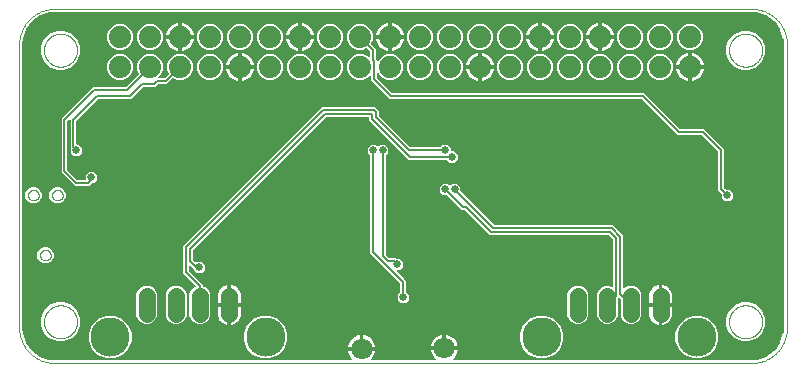
<source format=gbl>
G04 EAGLE Gerber RS-274X export*
G75*
%MOMM*%
%FSLAX34Y34*%
%LPD*%
%INBottom copper*%
%IPPOS*%
%AMOC8*
5,1,8,0,0,1.08239X$1,22.5*%
G01*
%ADD10C,0.000000*%
%ADD11C,1.800000*%
%ADD12C,1.458000*%
%ADD13C,3.316000*%
%ADD14C,1.879600*%
%ADD15C,0.654800*%
%ADD16C,0.200000*%
%ADD17C,0.152400*%

G36*
X281462Y2601D02*
X281462Y2601D01*
X281534Y2603D01*
X281583Y2621D01*
X281634Y2629D01*
X281698Y2663D01*
X281765Y2687D01*
X281806Y2720D01*
X281852Y2744D01*
X281901Y2796D01*
X281957Y2841D01*
X281985Y2885D01*
X282021Y2923D01*
X282051Y2988D01*
X282090Y3048D01*
X282103Y3099D01*
X282125Y3146D01*
X282133Y3217D01*
X282150Y3287D01*
X282146Y3338D01*
X282152Y3390D01*
X282137Y3460D01*
X282131Y3532D01*
X282111Y3580D01*
X282100Y3631D01*
X282063Y3692D01*
X282035Y3758D01*
X281990Y3814D01*
X281973Y3842D01*
X281956Y3857D01*
X281930Y3889D01*
X281145Y4674D01*
X280077Y6143D01*
X279253Y7762D01*
X278691Y9490D01*
X278505Y10669D01*
X289186Y10669D01*
X289206Y10672D01*
X289225Y10670D01*
X289327Y10692D01*
X289429Y10709D01*
X289446Y10718D01*
X289466Y10722D01*
X289555Y10775D01*
X289646Y10824D01*
X289660Y10838D01*
X289677Y10848D01*
X289744Y10927D01*
X289815Y11002D01*
X289824Y11020D01*
X289837Y11035D01*
X289875Y11131D01*
X289919Y11225D01*
X289921Y11245D01*
X289929Y11263D01*
X289947Y11430D01*
X289947Y12193D01*
X289949Y12193D01*
X289949Y11430D01*
X289952Y11410D01*
X289950Y11391D01*
X289972Y11289D01*
X289989Y11187D01*
X289998Y11170D01*
X290002Y11150D01*
X290055Y11061D01*
X290104Y10970D01*
X290118Y10956D01*
X290128Y10939D01*
X290207Y10872D01*
X290282Y10801D01*
X290300Y10792D01*
X290315Y10779D01*
X290411Y10740D01*
X290505Y10697D01*
X290525Y10695D01*
X290543Y10687D01*
X290710Y10669D01*
X301391Y10669D01*
X301205Y9490D01*
X300643Y7762D01*
X299819Y6143D01*
X298751Y4674D01*
X297966Y3889D01*
X297924Y3831D01*
X297875Y3779D01*
X297853Y3732D01*
X297823Y3689D01*
X297801Y3621D01*
X297771Y3556D01*
X297766Y3504D01*
X297750Y3454D01*
X297752Y3382D01*
X297744Y3311D01*
X297755Y3260D01*
X297757Y3208D01*
X297781Y3141D01*
X297796Y3071D01*
X297823Y3026D01*
X297841Y2977D01*
X297886Y2921D01*
X297923Y2860D01*
X297962Y2826D01*
X297995Y2785D01*
X298055Y2747D01*
X298109Y2700D01*
X298158Y2680D01*
X298202Y2652D01*
X298271Y2635D01*
X298338Y2608D01*
X298409Y2600D01*
X298440Y2592D01*
X298463Y2594D01*
X298504Y2590D01*
X351750Y2590D01*
X351820Y2601D01*
X351892Y2603D01*
X351941Y2621D01*
X351992Y2629D01*
X352056Y2663D01*
X352123Y2687D01*
X352164Y2720D01*
X352210Y2744D01*
X352259Y2796D01*
X352315Y2841D01*
X352343Y2885D01*
X352379Y2923D01*
X352409Y2988D01*
X352448Y3048D01*
X352461Y3099D01*
X352483Y3146D01*
X352491Y3217D01*
X352508Y3287D01*
X352504Y3338D01*
X352510Y3390D01*
X352495Y3460D01*
X352489Y3532D01*
X352469Y3580D01*
X352458Y3631D01*
X352421Y3692D01*
X352393Y3758D01*
X352348Y3814D01*
X352331Y3842D01*
X352314Y3857D01*
X352288Y3889D01*
X350995Y5182D01*
X349927Y6651D01*
X349103Y8270D01*
X348541Y9998D01*
X348355Y11177D01*
X359036Y11177D01*
X359056Y11180D01*
X359075Y11178D01*
X359177Y11200D01*
X359279Y11217D01*
X359296Y11226D01*
X359316Y11230D01*
X359405Y11283D01*
X359496Y11332D01*
X359510Y11346D01*
X359527Y11356D01*
X359594Y11435D01*
X359665Y11510D01*
X359674Y11528D01*
X359687Y11543D01*
X359725Y11639D01*
X359769Y11733D01*
X359771Y11753D01*
X359779Y11771D01*
X359797Y11938D01*
X359797Y12701D01*
X359799Y12701D01*
X359799Y11938D01*
X359802Y11918D01*
X359800Y11899D01*
X359822Y11797D01*
X359839Y11695D01*
X359848Y11678D01*
X359852Y11658D01*
X359905Y11569D01*
X359954Y11478D01*
X359968Y11464D01*
X359978Y11447D01*
X360057Y11380D01*
X360132Y11309D01*
X360150Y11300D01*
X360165Y11287D01*
X360261Y11248D01*
X360355Y11205D01*
X360375Y11203D01*
X360393Y11195D01*
X360560Y11177D01*
X371241Y11177D01*
X371055Y9998D01*
X370493Y8270D01*
X369669Y6651D01*
X368601Y5182D01*
X367308Y3889D01*
X367266Y3831D01*
X367217Y3779D01*
X367195Y3732D01*
X367165Y3689D01*
X367143Y3621D01*
X367113Y3556D01*
X367108Y3504D01*
X367092Y3454D01*
X367094Y3382D01*
X367086Y3311D01*
X367097Y3260D01*
X367099Y3208D01*
X367123Y3141D01*
X367138Y3071D01*
X367165Y3026D01*
X367183Y2977D01*
X367228Y2921D01*
X367265Y2860D01*
X367304Y2826D01*
X367337Y2785D01*
X367397Y2747D01*
X367451Y2700D01*
X367500Y2680D01*
X367544Y2652D01*
X367613Y2635D01*
X367680Y2608D01*
X367751Y2600D01*
X367782Y2592D01*
X367805Y2594D01*
X367846Y2590D01*
X619993Y2590D01*
X620015Y2593D01*
X620053Y2592D01*
X624230Y2921D01*
X624235Y2922D01*
X624241Y2922D01*
X624405Y2955D01*
X632349Y5537D01*
X632381Y5553D01*
X632416Y5562D01*
X632562Y5645D01*
X639319Y10555D01*
X639344Y10580D01*
X639375Y10599D01*
X639488Y10723D01*
X644397Y17481D01*
X644413Y17513D01*
X644436Y17540D01*
X644506Y17693D01*
X647087Y25637D01*
X647088Y25643D01*
X647090Y25648D01*
X647122Y25813D01*
X647450Y29989D01*
X647448Y30011D01*
X647453Y30049D01*
X647453Y270000D01*
X647449Y270022D01*
X647450Y270060D01*
X647122Y274236D01*
X647120Y274242D01*
X647121Y274247D01*
X647087Y274412D01*
X644506Y282356D01*
X644489Y282388D01*
X644480Y282422D01*
X644397Y282568D01*
X639488Y289326D01*
X639462Y289351D01*
X639443Y289381D01*
X639319Y289494D01*
X632562Y294404D01*
X632530Y294420D01*
X632502Y294443D01*
X632349Y294512D01*
X624405Y297093D01*
X624400Y297094D01*
X624394Y297097D01*
X624230Y297128D01*
X620053Y297457D01*
X620031Y297455D01*
X619993Y297459D01*
X29993Y297459D01*
X29972Y297456D01*
X29934Y297457D01*
X25757Y297128D01*
X25752Y297127D01*
X25746Y297127D01*
X25582Y297093D01*
X17638Y294512D01*
X17606Y294496D01*
X17571Y294487D01*
X17425Y294404D01*
X10668Y289494D01*
X10642Y289469D01*
X10612Y289450D01*
X10499Y289326D01*
X5589Y282568D01*
X5573Y282536D01*
X5550Y282509D01*
X5481Y282356D01*
X2900Y274412D01*
X2899Y274406D01*
X2897Y274401D01*
X2865Y274236D01*
X2536Y270060D01*
X2538Y270038D01*
X2534Y270000D01*
X2534Y30049D01*
X2538Y30027D01*
X2536Y29989D01*
X2865Y25813D01*
X2867Y25807D01*
X2866Y25801D01*
X2900Y25637D01*
X5481Y17693D01*
X5498Y17661D01*
X5506Y17626D01*
X5589Y17481D01*
X10499Y10723D01*
X10525Y10698D01*
X10544Y10668D01*
X10668Y10555D01*
X17425Y5645D01*
X17457Y5629D01*
X17485Y5606D01*
X17638Y5537D01*
X25582Y2955D01*
X25587Y2955D01*
X25592Y2952D01*
X25757Y2921D01*
X29934Y2592D01*
X29956Y2594D01*
X29993Y2590D01*
X281392Y2590D01*
X281462Y2601D01*
G37*
%LPC*%
G36*
X151122Y33220D02*
X151122Y33220D01*
X147882Y34562D01*
X145402Y37042D01*
X144060Y40282D01*
X144060Y58368D01*
X145402Y61608D01*
X147882Y64088D01*
X148880Y64501D01*
X148919Y64525D01*
X148962Y64541D01*
X149023Y64590D01*
X149089Y64631D01*
X149118Y64666D01*
X149154Y64695D01*
X149196Y64760D01*
X149246Y64820D01*
X149262Y64863D01*
X149287Y64902D01*
X149306Y64977D01*
X149334Y65050D01*
X149336Y65096D01*
X149347Y65140D01*
X149341Y65218D01*
X149344Y65296D01*
X149331Y65340D01*
X149328Y65385D01*
X149297Y65457D01*
X149276Y65532D01*
X149250Y65570D01*
X149232Y65612D01*
X149146Y65718D01*
X149135Y65734D01*
X149131Y65737D01*
X149127Y65743D01*
X138731Y76138D01*
X138731Y99026D01*
X256574Y216869D01*
X301242Y216869D01*
X304785Y213326D01*
X304785Y209641D01*
X304787Y209625D01*
X304786Y209610D01*
X304800Y209545D01*
X304807Y209460D01*
X304819Y209430D01*
X304824Y209398D01*
X304837Y209375D01*
X304838Y209370D01*
X304852Y209346D01*
X304867Y209318D01*
X304903Y209234D01*
X304929Y209202D01*
X304940Y209181D01*
X304963Y209159D01*
X305008Y209103D01*
X331023Y183088D01*
X331097Y183035D01*
X331166Y182975D01*
X331196Y182963D01*
X331223Y182944D01*
X331310Y182917D01*
X331394Y182883D01*
X331435Y182879D01*
X331458Y182872D01*
X331490Y182873D01*
X331561Y182865D01*
X356103Y182865D01*
X356193Y182879D01*
X356284Y182887D01*
X356314Y182899D01*
X356346Y182904D01*
X356426Y182947D01*
X356510Y182983D01*
X356542Y183009D01*
X356563Y183020D01*
X356585Y183043D01*
X356641Y183088D01*
X358692Y185139D01*
X362668Y185139D01*
X365479Y182328D01*
X365479Y180192D01*
X365482Y180172D01*
X365480Y180153D01*
X365502Y180051D01*
X365518Y179949D01*
X365528Y179932D01*
X365532Y179912D01*
X365585Y179823D01*
X365634Y179732D01*
X365648Y179718D01*
X365658Y179701D01*
X365737Y179634D01*
X365812Y179563D01*
X365830Y179554D01*
X365845Y179541D01*
X365941Y179503D01*
X366035Y179459D01*
X366055Y179457D01*
X366073Y179449D01*
X366240Y179431D01*
X368376Y179431D01*
X371187Y176620D01*
X371187Y172644D01*
X368376Y169833D01*
X364400Y169833D01*
X362439Y171794D01*
X362365Y171847D01*
X362296Y171907D01*
X362266Y171919D01*
X362240Y171938D01*
X362153Y171965D01*
X362068Y171999D01*
X362027Y172003D01*
X362004Y172010D01*
X361972Y172009D01*
X361901Y172017D01*
X357181Y172017D01*
X357166Y172028D01*
X357079Y172055D01*
X356994Y172089D01*
X356953Y172094D01*
X356931Y172100D01*
X356898Y172100D01*
X356827Y172107D01*
X329878Y172107D01*
X296211Y205774D01*
X296211Y207534D01*
X296208Y207554D01*
X296210Y207573D01*
X296188Y207675D01*
X296172Y207777D01*
X296162Y207794D01*
X296158Y207814D01*
X296105Y207903D01*
X296056Y207994D01*
X296042Y208008D01*
X296032Y208025D01*
X295953Y208092D01*
X295878Y208164D01*
X295860Y208172D01*
X295845Y208185D01*
X295749Y208224D01*
X295655Y208267D01*
X295635Y208269D01*
X295617Y208277D01*
X295450Y208295D01*
X260441Y208295D01*
X260351Y208281D01*
X260260Y208273D01*
X260230Y208261D01*
X260198Y208256D01*
X260118Y208213D01*
X260034Y208177D01*
X260002Y208151D01*
X259981Y208140D01*
X259959Y208117D01*
X259903Y208072D01*
X147528Y95697D01*
X147475Y95623D01*
X147415Y95554D01*
X147403Y95524D01*
X147384Y95497D01*
X147357Y95410D01*
X147323Y95326D01*
X147319Y95285D01*
X147312Y95262D01*
X147313Y95230D01*
X147305Y95159D01*
X147305Y87721D01*
X147319Y87631D01*
X147327Y87540D01*
X147339Y87510D01*
X147344Y87478D01*
X147387Y87398D01*
X147423Y87314D01*
X147449Y87282D01*
X147460Y87261D01*
X147483Y87239D01*
X147528Y87183D01*
X148984Y85727D01*
X149000Y85715D01*
X149012Y85700D01*
X149099Y85644D01*
X149183Y85583D01*
X149203Y85577D01*
X149219Y85567D01*
X149320Y85541D01*
X149419Y85511D01*
X149439Y85511D01*
X149458Y85506D01*
X149561Y85515D01*
X149664Y85517D01*
X149683Y85524D01*
X149703Y85526D01*
X149798Y85566D01*
X149895Y85602D01*
X149911Y85614D01*
X149929Y85622D01*
X150060Y85727D01*
X150412Y86079D01*
X154388Y86079D01*
X157199Y83268D01*
X157199Y79292D01*
X154388Y76481D01*
X150412Y76481D01*
X147601Y79292D01*
X147601Y79653D01*
X147587Y79743D01*
X147579Y79834D01*
X147567Y79864D01*
X147562Y79896D01*
X147519Y79976D01*
X147483Y80060D01*
X147457Y80092D01*
X147446Y80113D01*
X147423Y80135D01*
X147378Y80191D01*
X147112Y80457D01*
X145080Y82489D01*
X145022Y82531D01*
X144970Y82580D01*
X144923Y82602D01*
X144881Y82633D01*
X144812Y82654D01*
X144747Y82684D01*
X144695Y82690D01*
X144645Y82705D01*
X144574Y82703D01*
X144503Y82711D01*
X144452Y82700D01*
X144400Y82699D01*
X144332Y82674D01*
X144262Y82659D01*
X144217Y82632D01*
X144169Y82614D01*
X144113Y82569D01*
X144051Y82533D01*
X144017Y82493D01*
X143977Y82461D01*
X143938Y82400D01*
X143891Y82346D01*
X143872Y82297D01*
X143844Y82254D01*
X143826Y82184D01*
X143799Y82118D01*
X143791Y82046D01*
X143783Y82015D01*
X143785Y81992D01*
X143781Y81951D01*
X143781Y78545D01*
X143795Y78455D01*
X143803Y78364D01*
X143815Y78334D01*
X143820Y78302D01*
X143863Y78222D01*
X143899Y78138D01*
X143925Y78106D01*
X143936Y78085D01*
X143959Y78063D01*
X144004Y78007D01*
X155400Y66611D01*
X155400Y65619D01*
X155419Y65503D01*
X155436Y65388D01*
X155438Y65382D01*
X155439Y65376D01*
X155494Y65273D01*
X155547Y65169D01*
X155552Y65164D01*
X155555Y65159D01*
X155639Y65079D01*
X155723Y64996D01*
X155729Y64993D01*
X155733Y64989D01*
X155750Y64982D01*
X155870Y64916D01*
X157868Y64088D01*
X160348Y61608D01*
X161690Y58368D01*
X161690Y40282D01*
X160348Y37042D01*
X157868Y34562D01*
X154628Y33220D01*
X151122Y33220D01*
G37*
%LPD*%
%LPC*%
G36*
X597452Y137441D02*
X597452Y137441D01*
X594641Y140252D01*
X594641Y143153D01*
X594627Y143243D01*
X594619Y143334D01*
X594607Y143364D01*
X594602Y143396D01*
X594559Y143476D01*
X594523Y143560D01*
X594497Y143592D01*
X594486Y143613D01*
X594463Y143635D01*
X594418Y143691D01*
X593537Y144572D01*
X591835Y146274D01*
X591835Y178979D01*
X591821Y179069D01*
X591813Y179160D01*
X591801Y179190D01*
X591796Y179222D01*
X591753Y179302D01*
X591717Y179386D01*
X591691Y179418D01*
X591680Y179439D01*
X591657Y179461D01*
X591612Y179517D01*
X578297Y192832D01*
X578223Y192885D01*
X578154Y192945D01*
X578124Y192957D01*
X578097Y192976D01*
X578010Y193003D01*
X577926Y193037D01*
X577885Y193041D01*
X577862Y193048D01*
X577830Y193047D01*
X577759Y193055D01*
X557754Y193055D01*
X527497Y223312D01*
X527423Y223365D01*
X527354Y223425D01*
X527324Y223437D01*
X527297Y223456D01*
X527210Y223483D01*
X527126Y223517D01*
X527085Y223521D01*
X527062Y223528D01*
X527030Y223527D01*
X526959Y223535D01*
X313914Y223535D01*
X297897Y239552D01*
X297897Y242937D01*
X297886Y243008D01*
X297884Y243080D01*
X297866Y243129D01*
X297858Y243180D01*
X297824Y243243D01*
X297799Y243311D01*
X297767Y243351D01*
X297742Y243398D01*
X297690Y243447D01*
X297646Y243503D01*
X297602Y243531D01*
X297564Y243567D01*
X297499Y243597D01*
X297439Y243636D01*
X297388Y243649D01*
X297341Y243671D01*
X297270Y243678D01*
X297200Y243696D01*
X297148Y243692D01*
X297097Y243698D01*
X297026Y243682D01*
X296955Y243677D01*
X296907Y243656D01*
X296856Y243645D01*
X296795Y243609D01*
X296729Y243580D01*
X296673Y243536D01*
X296645Y243519D01*
X296630Y243501D01*
X296598Y243476D01*
X294687Y241565D01*
X290673Y239902D01*
X286327Y239902D01*
X282313Y241565D01*
X279240Y244638D01*
X277577Y248652D01*
X277577Y252998D01*
X279240Y257012D01*
X282313Y260085D01*
X286327Y261748D01*
X290673Y261748D01*
X294687Y260085D01*
X295896Y258876D01*
X295954Y258834D01*
X296006Y258785D01*
X296053Y258763D01*
X296095Y258733D01*
X296164Y258712D01*
X296229Y258681D01*
X296281Y258676D01*
X296331Y258660D01*
X296402Y258662D01*
X296473Y258654D01*
X296524Y258665D01*
X296576Y258667D01*
X296644Y258691D01*
X296714Y258707D01*
X296759Y258733D01*
X296807Y258751D01*
X296863Y258796D01*
X296925Y258833D01*
X296959Y258872D01*
X296999Y258905D01*
X297038Y258965D01*
X297085Y259020D01*
X297104Y259068D01*
X297132Y259112D01*
X297150Y259181D01*
X297177Y259248D01*
X297185Y259319D01*
X297193Y259350D01*
X297191Y259374D01*
X297195Y259415D01*
X297195Y263644D01*
X297181Y263734D01*
X297173Y263825D01*
X297161Y263855D01*
X297156Y263887D01*
X297113Y263967D01*
X297077Y264051D01*
X297051Y264083D01*
X297040Y264104D01*
X297017Y264126D01*
X296972Y264182D01*
X294695Y266460D01*
X294600Y266528D01*
X294506Y266598D01*
X294500Y266600D01*
X294495Y266603D01*
X294384Y266637D01*
X294272Y266674D01*
X294266Y266674D01*
X294260Y266676D01*
X294143Y266673D01*
X294026Y266671D01*
X294019Y266669D01*
X294014Y266669D01*
X293997Y266663D01*
X293865Y266625D01*
X290673Y265302D01*
X286327Y265302D01*
X282313Y266965D01*
X279240Y270038D01*
X277577Y274052D01*
X277577Y278398D01*
X279240Y282412D01*
X282313Y285485D01*
X286327Y287148D01*
X290673Y287148D01*
X294687Y285485D01*
X297760Y282412D01*
X299423Y278398D01*
X299423Y274052D01*
X298100Y270860D01*
X298074Y270746D01*
X298045Y270633D01*
X298046Y270626D01*
X298044Y270620D01*
X298055Y270504D01*
X298064Y270387D01*
X298067Y270382D01*
X298067Y270375D01*
X298115Y270268D01*
X298161Y270161D01*
X298165Y270155D01*
X298167Y270151D01*
X298180Y270137D01*
X298235Y270068D01*
X298241Y270059D01*
X298247Y270054D01*
X298265Y270030D01*
X300543Y267753D01*
X302245Y266051D01*
X302245Y257826D01*
X302259Y257736D01*
X302267Y257645D01*
X302279Y257616D01*
X302284Y257584D01*
X302327Y257503D01*
X302363Y257419D01*
X302389Y257387D01*
X302400Y257366D01*
X302423Y257344D01*
X302468Y257288D01*
X302947Y256809D01*
X302947Y256751D01*
X302962Y256655D01*
X302972Y256558D01*
X302982Y256534D01*
X302986Y256508D01*
X303032Y256422D01*
X303072Y256333D01*
X303089Y256314D01*
X303102Y256291D01*
X303172Y256224D01*
X303238Y256152D01*
X303261Y256139D01*
X303280Y256121D01*
X303368Y256080D01*
X303454Y256033D01*
X303479Y256029D01*
X303503Y256018D01*
X303600Y256007D01*
X303696Y255990D01*
X303722Y255994D01*
X303747Y255991D01*
X303842Y256011D01*
X303939Y256026D01*
X303962Y256037D01*
X303988Y256043D01*
X304071Y256093D01*
X304158Y256137D01*
X304177Y256156D01*
X304199Y256169D01*
X304262Y256243D01*
X304330Y256313D01*
X304346Y256341D01*
X304359Y256356D01*
X304371Y256387D01*
X304411Y256460D01*
X304640Y257012D01*
X307713Y260085D01*
X311727Y261748D01*
X316073Y261748D01*
X320087Y260085D01*
X323160Y257012D01*
X324823Y252998D01*
X324823Y248652D01*
X323160Y244638D01*
X320087Y241565D01*
X316073Y239902D01*
X311727Y239902D01*
X307713Y241565D01*
X304640Y244638D01*
X304411Y245190D01*
X304360Y245273D01*
X304314Y245359D01*
X304295Y245377D01*
X304282Y245399D01*
X304207Y245461D01*
X304136Y245529D01*
X304112Y245540D01*
X304092Y245556D01*
X304001Y245591D01*
X303913Y245632D01*
X303887Y245635D01*
X303863Y245644D01*
X303765Y245649D01*
X303669Y245659D01*
X303643Y245654D01*
X303617Y245655D01*
X303523Y245628D01*
X303428Y245607D01*
X303406Y245594D01*
X303381Y245586D01*
X303301Y245531D01*
X303217Y245481D01*
X303200Y245461D01*
X303179Y245446D01*
X303121Y245368D01*
X303057Y245294D01*
X303047Y245270D01*
X303032Y245249D01*
X303002Y245156D01*
X302965Y245066D01*
X302962Y245033D01*
X302956Y245015D01*
X302956Y244982D01*
X302947Y244899D01*
X302947Y241959D01*
X302961Y241869D01*
X302969Y241778D01*
X302981Y241748D01*
X302986Y241716D01*
X303029Y241636D01*
X303065Y241552D01*
X303091Y241520D01*
X303102Y241499D01*
X303125Y241477D01*
X303170Y241421D01*
X315783Y228808D01*
X315857Y228755D01*
X315926Y228695D01*
X315956Y228683D01*
X315983Y228664D01*
X316070Y228637D01*
X316154Y228603D01*
X316195Y228599D01*
X316218Y228592D01*
X316250Y228593D01*
X316321Y228585D01*
X529366Y228585D01*
X559623Y198328D01*
X559697Y198275D01*
X559766Y198215D01*
X559796Y198203D01*
X559823Y198184D01*
X559910Y198157D01*
X559994Y198123D01*
X560035Y198119D01*
X560058Y198112D01*
X560090Y198113D01*
X560161Y198105D01*
X580166Y198105D01*
X595183Y183088D01*
X596885Y181386D01*
X596885Y148681D01*
X596900Y148591D01*
X596907Y148500D01*
X596919Y148470D01*
X596924Y148438D01*
X596967Y148358D01*
X597003Y148274D01*
X597029Y148242D01*
X597040Y148221D01*
X597063Y148199D01*
X597108Y148143D01*
X597989Y147262D01*
X598063Y147209D01*
X598132Y147149D01*
X598162Y147137D01*
X598189Y147118D01*
X598276Y147091D01*
X598360Y147057D01*
X598401Y147053D01*
X598424Y147046D01*
X598456Y147047D01*
X598527Y147039D01*
X601428Y147039D01*
X604239Y144228D01*
X604239Y140252D01*
X601428Y137441D01*
X597452Y137441D01*
G37*
%LPD*%
%LPC*%
G36*
X496247Y33220D02*
X496247Y33220D01*
X493007Y34562D01*
X490527Y37042D01*
X489185Y40282D01*
X489185Y58368D01*
X490527Y61608D01*
X493007Y64088D01*
X496247Y65430D01*
X499753Y65430D01*
X501883Y64548D01*
X501927Y64537D01*
X501969Y64518D01*
X502046Y64509D01*
X502122Y64492D01*
X502168Y64496D01*
X502213Y64491D01*
X502290Y64507D01*
X502367Y64515D01*
X502409Y64533D01*
X502454Y64543D01*
X502521Y64583D01*
X502592Y64615D01*
X502626Y64646D01*
X502665Y64669D01*
X502716Y64728D01*
X502773Y64781D01*
X502795Y64821D01*
X502825Y64856D01*
X502854Y64928D01*
X502891Y64997D01*
X502900Y65042D01*
X502917Y65084D01*
X502932Y65220D01*
X502935Y65239D01*
X502934Y65244D01*
X502935Y65251D01*
X502935Y104335D01*
X502921Y104425D01*
X502913Y104516D01*
X502901Y104546D01*
X502896Y104578D01*
X502853Y104658D01*
X502817Y104742D01*
X502791Y104774D01*
X502780Y104795D01*
X502757Y104817D01*
X502712Y104873D01*
X499557Y108028D01*
X499483Y108081D01*
X499414Y108141D01*
X499384Y108153D01*
X499357Y108172D01*
X499270Y108199D01*
X499186Y108233D01*
X499145Y108237D01*
X499122Y108244D01*
X499090Y108243D01*
X499019Y108251D01*
X398814Y108251D01*
X377685Y129380D01*
X377611Y129434D01*
X377542Y129493D01*
X377512Y129505D01*
X377486Y129524D01*
X377399Y129551D01*
X377314Y129585D01*
X377273Y129589D01*
X377250Y129596D01*
X377218Y129595D01*
X377147Y129603D01*
X374826Y129603D01*
X365655Y138774D01*
X365581Y138827D01*
X365512Y138887D01*
X365482Y138899D01*
X365455Y138918D01*
X365368Y138945D01*
X365350Y138952D01*
X362004Y142298D01*
X361930Y142351D01*
X361860Y142411D01*
X361830Y142423D01*
X361804Y142442D01*
X361717Y142469D01*
X361632Y142503D01*
X361591Y142507D01*
X361569Y142514D01*
X361537Y142513D01*
X361465Y142521D01*
X358692Y142521D01*
X355881Y145332D01*
X355881Y149308D01*
X358692Y152119D01*
X362668Y152119D01*
X364178Y150609D01*
X364194Y150597D01*
X364206Y150582D01*
X364294Y150525D01*
X364377Y150465D01*
X364396Y150459D01*
X364413Y150449D01*
X364514Y150423D01*
X364613Y150393D01*
X364632Y150393D01*
X364652Y150388D01*
X364755Y150396D01*
X364858Y150399D01*
X364877Y150406D01*
X364897Y150408D01*
X364992Y150448D01*
X365089Y150484D01*
X365105Y150496D01*
X365123Y150504D01*
X365254Y150609D01*
X366764Y152119D01*
X370740Y152119D01*
X373551Y149308D01*
X373551Y145955D01*
X373565Y145865D01*
X373573Y145774D01*
X373585Y145744D01*
X373590Y145712D01*
X373633Y145632D01*
X373669Y145548D01*
X373695Y145516D01*
X373706Y145495D01*
X373729Y145473D01*
X373774Y145417D01*
X402143Y117048D01*
X402217Y116995D01*
X402286Y116935D01*
X402316Y116923D01*
X402343Y116904D01*
X402430Y116877D01*
X402514Y116843D01*
X402555Y116839D01*
X402578Y116832D01*
X402610Y116833D01*
X402681Y116825D01*
X502886Y116825D01*
X504587Y115123D01*
X509807Y109903D01*
X511509Y108202D01*
X511509Y64427D01*
X511520Y64357D01*
X511522Y64285D01*
X511540Y64236D01*
X511548Y64185D01*
X511582Y64121D01*
X511607Y64054D01*
X511639Y64013D01*
X511664Y63967D01*
X511715Y63918D01*
X511760Y63862D01*
X511804Y63834D01*
X511842Y63798D01*
X511907Y63768D01*
X511967Y63729D01*
X512018Y63716D01*
X512065Y63694D01*
X512136Y63686D01*
X512206Y63669D01*
X512258Y63673D01*
X512309Y63667D01*
X512380Y63682D01*
X512451Y63688D01*
X512499Y63708D01*
X512550Y63719D01*
X512611Y63756D01*
X512677Y63784D01*
X512733Y63829D01*
X512761Y63846D01*
X512776Y63863D01*
X512808Y63889D01*
X513007Y64088D01*
X516247Y65430D01*
X519753Y65430D01*
X522993Y64088D01*
X525473Y61608D01*
X526815Y58368D01*
X526815Y40282D01*
X525473Y37042D01*
X522993Y34562D01*
X519753Y33220D01*
X516247Y33220D01*
X513007Y34562D01*
X510527Y37042D01*
X509185Y40282D01*
X509185Y54254D01*
X509171Y54344D01*
X509163Y54435D01*
X509151Y54465D01*
X509146Y54497D01*
X509103Y54577D01*
X509067Y54661D01*
X509041Y54693D01*
X509030Y54714D01*
X509007Y54736D01*
X508962Y54792D01*
X508538Y55216D01*
X508522Y55228D01*
X508510Y55243D01*
X508422Y55299D01*
X508339Y55360D01*
X508320Y55366D01*
X508303Y55376D01*
X508202Y55402D01*
X508103Y55432D01*
X508084Y55432D01*
X508064Y55436D01*
X507961Y55428D01*
X507858Y55426D01*
X507839Y55419D01*
X507819Y55417D01*
X507724Y55377D01*
X507627Y55341D01*
X507611Y55329D01*
X507593Y55321D01*
X507462Y55216D01*
X507038Y54792D01*
X506985Y54718D01*
X506925Y54649D01*
X506913Y54619D01*
X506894Y54592D01*
X506867Y54505D01*
X506833Y54421D01*
X506829Y54380D01*
X506822Y54357D01*
X506823Y54325D01*
X506815Y54254D01*
X506815Y40282D01*
X505473Y37042D01*
X502993Y34562D01*
X499753Y33220D01*
X496247Y33220D01*
G37*
%LPD*%
%LPC*%
G36*
X47313Y150113D02*
X47313Y150113D01*
X35813Y161613D01*
X35813Y206687D01*
X37376Y208250D01*
X60990Y231864D01*
X62553Y233427D01*
X89752Y233427D01*
X89843Y233441D01*
X89933Y233449D01*
X89963Y233461D01*
X89995Y233466D01*
X90076Y233509D01*
X90160Y233545D01*
X90192Y233571D01*
X90213Y233582D01*
X90235Y233605D01*
X90291Y233650D01*
X101033Y244392D01*
X101101Y244486D01*
X101171Y244581D01*
X101173Y244587D01*
X101177Y244592D01*
X101211Y244703D01*
X101247Y244815D01*
X101247Y244821D01*
X101249Y244827D01*
X101246Y244944D01*
X101245Y245061D01*
X101243Y245068D01*
X101243Y245073D01*
X101236Y245090D01*
X101198Y245222D01*
X99777Y248652D01*
X99777Y252998D01*
X101440Y257012D01*
X104513Y260085D01*
X108527Y261748D01*
X112873Y261748D01*
X116887Y260085D01*
X119960Y257012D01*
X121623Y252998D01*
X121623Y248652D01*
X119960Y244638D01*
X117668Y242346D01*
X117626Y242288D01*
X117577Y242236D01*
X117555Y242189D01*
X117525Y242147D01*
X117504Y242078D01*
X117473Y242013D01*
X117468Y241961D01*
X117452Y241911D01*
X117454Y241840D01*
X117446Y241769D01*
X117457Y241718D01*
X117459Y241666D01*
X117483Y241598D01*
X117499Y241528D01*
X117525Y241483D01*
X117543Y241435D01*
X117588Y241378D01*
X117625Y241317D01*
X117664Y241283D01*
X117697Y241243D01*
X117757Y241204D01*
X117812Y241157D01*
X117860Y241138D01*
X117904Y241110D01*
X117973Y241092D01*
X118040Y241065D01*
X118111Y241057D01*
X118142Y241049D01*
X118166Y241051D01*
X118207Y241047D01*
X122772Y241047D01*
X122863Y241061D01*
X122953Y241069D01*
X122983Y241081D01*
X123015Y241086D01*
X123096Y241129D01*
X123180Y241165D01*
X123212Y241191D01*
X123233Y241202D01*
X123255Y241225D01*
X123311Y241270D01*
X126433Y244392D01*
X126501Y244486D01*
X126571Y244581D01*
X126573Y244587D01*
X126577Y244592D01*
X126611Y244703D01*
X126647Y244815D01*
X126647Y244821D01*
X126649Y244827D01*
X126646Y244944D01*
X126645Y245061D01*
X126643Y245068D01*
X126643Y245073D01*
X126636Y245090D01*
X126598Y245222D01*
X125177Y248652D01*
X125177Y252998D01*
X126840Y257012D01*
X129913Y260085D01*
X133927Y261748D01*
X138273Y261748D01*
X142287Y260085D01*
X145360Y257012D01*
X147023Y252998D01*
X147023Y248652D01*
X145360Y244638D01*
X142287Y241565D01*
X138273Y239902D01*
X133927Y239902D01*
X130497Y241323D01*
X130383Y241350D01*
X130270Y241378D01*
X130263Y241378D01*
X130257Y241379D01*
X130141Y241368D01*
X130024Y241359D01*
X130019Y241357D01*
X130012Y241356D01*
X129905Y241308D01*
X129798Y241263D01*
X129792Y241258D01*
X129788Y241256D01*
X129774Y241244D01*
X129667Y241158D01*
X124982Y236473D01*
X118103Y236473D01*
X118012Y236459D01*
X117922Y236451D01*
X117892Y236439D01*
X117860Y236434D01*
X117779Y236391D01*
X117695Y236355D01*
X117663Y236329D01*
X117642Y236318D01*
X117620Y236295D01*
X117564Y236250D01*
X115247Y233933D01*
X105403Y233933D01*
X105312Y233919D01*
X105222Y233911D01*
X105192Y233899D01*
X105160Y233894D01*
X105079Y233851D01*
X104995Y233815D01*
X104963Y233789D01*
X104942Y233778D01*
X104920Y233755D01*
X104864Y233710D01*
X94927Y223773D01*
X67303Y223773D01*
X67212Y223759D01*
X67122Y223751D01*
X67092Y223739D01*
X67060Y223734D01*
X66979Y223691D01*
X66895Y223655D01*
X66863Y223629D01*
X66842Y223618D01*
X66820Y223595D01*
X66764Y223550D01*
X48230Y205016D01*
X48177Y204942D01*
X48117Y204872D01*
X48105Y204842D01*
X48086Y204816D01*
X48059Y204729D01*
X48025Y204644D01*
X48021Y204603D01*
X48014Y204581D01*
X48015Y204549D01*
X48007Y204477D01*
X48007Y185900D01*
X48010Y185880D01*
X48008Y185861D01*
X48030Y185759D01*
X48046Y185657D01*
X48056Y185640D01*
X48060Y185620D01*
X48113Y185531D01*
X48162Y185440D01*
X48176Y185426D01*
X48186Y185409D01*
X48265Y185342D01*
X48340Y185270D01*
X48358Y185262D01*
X48373Y185249D01*
X48469Y185210D01*
X48563Y185167D01*
X48583Y185165D01*
X48601Y185157D01*
X48768Y185139D01*
X50248Y185139D01*
X53059Y182328D01*
X53059Y178352D01*
X50248Y175541D01*
X46272Y175541D01*
X43461Y178352D01*
X43461Y181589D01*
X43447Y181680D01*
X43439Y181770D01*
X43433Y181785D01*
X43433Y206002D01*
X43422Y206072D01*
X43420Y206144D01*
X43402Y206193D01*
X43394Y206244D01*
X43360Y206308D01*
X43335Y206375D01*
X43303Y206416D01*
X43278Y206462D01*
X43227Y206511D01*
X43182Y206567D01*
X43138Y206595D01*
X43100Y206631D01*
X43035Y206661D01*
X42975Y206700D01*
X42924Y206713D01*
X42877Y206735D01*
X42806Y206743D01*
X42736Y206760D01*
X42684Y206756D01*
X42633Y206762D01*
X42562Y206747D01*
X42491Y206741D01*
X42443Y206721D01*
X42392Y206710D01*
X42331Y206673D01*
X42265Y206645D01*
X42209Y206600D01*
X42181Y206583D01*
X42166Y206566D01*
X42134Y206540D01*
X40610Y205016D01*
X40557Y204942D01*
X40497Y204872D01*
X40485Y204842D01*
X40466Y204816D01*
X40439Y204729D01*
X40405Y204644D01*
X40401Y204603D01*
X40394Y204581D01*
X40395Y204549D01*
X40387Y204478D01*
X40387Y163823D01*
X40401Y163732D01*
X40409Y163642D01*
X40421Y163612D01*
X40426Y163580D01*
X40469Y163499D01*
X40505Y163415D01*
X40531Y163383D01*
X40542Y163362D01*
X40565Y163340D01*
X40610Y163284D01*
X48984Y154910D01*
X49058Y154857D01*
X49128Y154797D01*
X49158Y154785D01*
X49184Y154766D01*
X49271Y154739D01*
X49356Y154705D01*
X49397Y154701D01*
X49419Y154694D01*
X49451Y154695D01*
X49523Y154687D01*
X55400Y154687D01*
X55420Y154690D01*
X55439Y154688D01*
X55541Y154710D01*
X55643Y154726D01*
X55660Y154736D01*
X55680Y154740D01*
X55769Y154793D01*
X55860Y154842D01*
X55874Y154856D01*
X55891Y154866D01*
X55958Y154945D01*
X56030Y155020D01*
X56038Y155038D01*
X56051Y155053D01*
X56090Y155149D01*
X56133Y155243D01*
X56135Y155263D01*
X56143Y155281D01*
X56161Y155448D01*
X56161Y159468D01*
X58972Y162279D01*
X62948Y162279D01*
X65759Y159468D01*
X65759Y155492D01*
X62948Y152681D01*
X62251Y152681D01*
X62160Y152667D01*
X62070Y152659D01*
X62040Y152647D01*
X62008Y152642D01*
X61927Y152599D01*
X61843Y152563D01*
X61811Y152537D01*
X61790Y152526D01*
X61768Y152503D01*
X61712Y152458D01*
X59367Y150113D01*
X47313Y150113D01*
G37*
%LPD*%
%LPC*%
G36*
X323132Y51081D02*
X323132Y51081D01*
X320321Y53892D01*
X320321Y57868D01*
X322372Y59919D01*
X322416Y59980D01*
X322451Y60016D01*
X322457Y60030D01*
X322485Y60062D01*
X322497Y60092D01*
X322516Y60118D01*
X322543Y60205D01*
X322577Y60290D01*
X322581Y60331D01*
X322588Y60354D01*
X322587Y60386D01*
X322595Y60457D01*
X322595Y67315D01*
X322593Y67327D01*
X322594Y67335D01*
X322585Y67377D01*
X322581Y67405D01*
X322573Y67496D01*
X322561Y67526D01*
X322556Y67558D01*
X322513Y67639D01*
X322477Y67722D01*
X322451Y67755D01*
X322440Y67775D01*
X322417Y67797D01*
X322372Y67853D01*
X297195Y93030D01*
X297195Y175763D01*
X297181Y175853D01*
X297173Y175944D01*
X297161Y175974D01*
X297156Y176006D01*
X297113Y176086D01*
X297077Y176170D01*
X297051Y176202D01*
X297040Y176223D01*
X297017Y176245D01*
X296972Y176301D01*
X294921Y178352D01*
X294921Y182328D01*
X297732Y185139D01*
X301708Y185139D01*
X303218Y183629D01*
X303234Y183617D01*
X303246Y183602D01*
X303334Y183545D01*
X303417Y183485D01*
X303436Y183479D01*
X303453Y183469D01*
X303554Y183443D01*
X303653Y183413D01*
X303672Y183413D01*
X303692Y183408D01*
X303795Y183416D01*
X303898Y183419D01*
X303917Y183426D01*
X303937Y183428D01*
X304032Y183468D01*
X304129Y183504D01*
X304145Y183516D01*
X304163Y183524D01*
X304294Y183629D01*
X305804Y185139D01*
X309780Y185139D01*
X312591Y182328D01*
X312591Y178352D01*
X310540Y176301D01*
X310487Y176227D01*
X310427Y176158D01*
X310415Y176128D01*
X310396Y176102D01*
X310369Y176015D01*
X310335Y175930D01*
X310331Y175889D01*
X310324Y175866D01*
X310325Y175834D01*
X310317Y175763D01*
X310317Y92349D01*
X310331Y92259D01*
X310339Y92168D01*
X310351Y92138D01*
X310356Y92106D01*
X310399Y92026D01*
X310435Y91942D01*
X310461Y91910D01*
X310472Y91889D01*
X310495Y91867D01*
X310540Y91811D01*
X313243Y89108D01*
X313317Y89055D01*
X313386Y88995D01*
X313416Y88983D01*
X313443Y88964D01*
X313530Y88937D01*
X313614Y88903D01*
X313655Y88899D01*
X313678Y88892D01*
X313710Y88893D01*
X313781Y88885D01*
X318546Y88885D01*
X318589Y88842D01*
X318663Y88789D01*
X318732Y88729D01*
X318762Y88717D01*
X318789Y88698D01*
X318876Y88671D01*
X318960Y88637D01*
X319001Y88633D01*
X319024Y88626D01*
X319056Y88627D01*
X319127Y88619D01*
X322028Y88619D01*
X324839Y85808D01*
X324839Y81832D01*
X322028Y79021D01*
X320183Y79021D01*
X320113Y79010D01*
X320041Y79008D01*
X319992Y78990D01*
X319941Y78982D01*
X319877Y78948D01*
X319810Y78923D01*
X319769Y78891D01*
X319723Y78866D01*
X319674Y78814D01*
X319618Y78770D01*
X319590Y78726D01*
X319554Y78688D01*
X319524Y78623D01*
X319485Y78563D01*
X319472Y78512D01*
X319450Y78465D01*
X319442Y78394D01*
X319425Y78324D01*
X319429Y78272D01*
X319423Y78221D01*
X319438Y78150D01*
X319444Y78079D01*
X319464Y78031D01*
X319475Y77980D01*
X319512Y77919D01*
X319540Y77853D01*
X319585Y77797D01*
X319602Y77769D01*
X319619Y77754D01*
X319645Y77722D01*
X325943Y71424D01*
X327645Y69722D01*
X327645Y60457D01*
X327659Y60367D01*
X327667Y60276D01*
X327679Y60246D01*
X327684Y60214D01*
X327710Y60165D01*
X327711Y60165D01*
X327712Y60162D01*
X327727Y60134D01*
X327763Y60050D01*
X327789Y60018D01*
X327800Y59997D01*
X327823Y59975D01*
X327828Y59969D01*
X327837Y59954D01*
X327847Y59945D01*
X327868Y59919D01*
X329919Y57868D01*
X329919Y53892D01*
X327108Y51081D01*
X323132Y51081D01*
G37*
%LPD*%
%LPC*%
G36*
X73574Y4120D02*
X73574Y4120D01*
X66919Y6877D01*
X61827Y11969D01*
X59070Y18624D01*
X59070Y25826D01*
X61827Y32481D01*
X66919Y37573D01*
X73574Y40330D01*
X80776Y40330D01*
X87431Y37573D01*
X92523Y32481D01*
X95280Y25826D01*
X95280Y18624D01*
X92523Y11969D01*
X87431Y6877D01*
X80776Y4120D01*
X73574Y4120D01*
G37*
%LPD*%
%LPC*%
G36*
X204974Y4120D02*
X204974Y4120D01*
X198319Y6877D01*
X193227Y11969D01*
X190470Y18624D01*
X190470Y25826D01*
X193227Y32481D01*
X198319Y37573D01*
X204974Y40330D01*
X212176Y40330D01*
X218831Y37573D01*
X223923Y32481D01*
X226680Y25826D01*
X226680Y18624D01*
X223923Y11969D01*
X218831Y6877D01*
X212176Y4120D01*
X204974Y4120D01*
G37*
%LPD*%
%LPC*%
G36*
X438699Y4120D02*
X438699Y4120D01*
X432044Y6877D01*
X426952Y11969D01*
X424195Y18624D01*
X424195Y25826D01*
X426952Y32481D01*
X432044Y37573D01*
X438699Y40330D01*
X445901Y40330D01*
X452556Y37573D01*
X457648Y32481D01*
X460405Y25826D01*
X460405Y18624D01*
X457648Y11969D01*
X452556Y6877D01*
X445901Y4120D01*
X438699Y4120D01*
G37*
%LPD*%
%LPC*%
G36*
X570099Y4120D02*
X570099Y4120D01*
X563444Y6877D01*
X558352Y11969D01*
X555595Y18624D01*
X555595Y25826D01*
X558352Y32481D01*
X563444Y37573D01*
X570099Y40330D01*
X577301Y40330D01*
X583956Y37573D01*
X589048Y32481D01*
X591805Y25826D01*
X591805Y18624D01*
X589048Y11969D01*
X583956Y6877D01*
X577301Y4120D01*
X570099Y4120D01*
G37*
%LPD*%
%LPC*%
G36*
X611703Y18508D02*
X611703Y18508D01*
X605624Y21026D01*
X600971Y25679D01*
X598453Y31759D01*
X598453Y38339D01*
X600971Y44418D01*
X605624Y49071D01*
X611703Y51590D01*
X618284Y51590D01*
X624363Y49071D01*
X629016Y44418D01*
X631534Y38339D01*
X631534Y31759D01*
X629016Y25679D01*
X624363Y21026D01*
X618284Y18508D01*
X611703Y18508D01*
G37*
%LPD*%
%LPC*%
G36*
X31703Y18508D02*
X31703Y18508D01*
X25624Y21026D01*
X20971Y25679D01*
X18453Y31759D01*
X18453Y38339D01*
X20971Y44418D01*
X25624Y49071D01*
X31703Y51590D01*
X38284Y51590D01*
X44363Y49071D01*
X49016Y44418D01*
X51534Y38339D01*
X51534Y31759D01*
X49016Y25679D01*
X44363Y21026D01*
X38284Y18508D01*
X31703Y18508D01*
G37*
%LPD*%
%LPC*%
G36*
X611703Y248459D02*
X611703Y248459D01*
X605624Y250977D01*
X600971Y255630D01*
X598453Y261710D01*
X598453Y268290D01*
X600971Y274370D01*
X605624Y279023D01*
X611703Y281541D01*
X618284Y281541D01*
X624363Y279023D01*
X629016Y274370D01*
X631534Y268290D01*
X631534Y261710D01*
X629016Y255630D01*
X624363Y250977D01*
X618284Y248459D01*
X611703Y248459D01*
G37*
%LPD*%
%LPC*%
G36*
X31703Y248459D02*
X31703Y248459D01*
X25624Y250977D01*
X20971Y255630D01*
X18453Y261710D01*
X18453Y268290D01*
X20971Y274370D01*
X25624Y279023D01*
X31703Y281541D01*
X38284Y281541D01*
X44363Y279023D01*
X49016Y274370D01*
X51534Y268290D01*
X51534Y261710D01*
X49016Y255630D01*
X44363Y250977D01*
X38284Y248459D01*
X31703Y248459D01*
G37*
%LPD*%
%LPC*%
G36*
X471247Y33220D02*
X471247Y33220D01*
X468007Y34562D01*
X465527Y37042D01*
X464185Y40282D01*
X464185Y58368D01*
X465527Y61608D01*
X468007Y64088D01*
X471247Y65430D01*
X474753Y65430D01*
X477993Y64088D01*
X480473Y61608D01*
X481815Y58368D01*
X481815Y40282D01*
X480473Y37042D01*
X477993Y34562D01*
X474753Y33220D01*
X471247Y33220D01*
G37*
%LPD*%
%LPC*%
G36*
X131122Y33220D02*
X131122Y33220D01*
X127882Y34562D01*
X125402Y37042D01*
X124060Y40282D01*
X124060Y58368D01*
X125402Y61608D01*
X127882Y64088D01*
X131122Y65430D01*
X134628Y65430D01*
X137868Y64088D01*
X140348Y61608D01*
X141690Y58368D01*
X141690Y40282D01*
X140348Y37042D01*
X137868Y34562D01*
X134628Y33220D01*
X131122Y33220D01*
G37*
%LPD*%
%LPC*%
G36*
X106122Y33220D02*
X106122Y33220D01*
X102882Y34562D01*
X100402Y37042D01*
X99060Y40282D01*
X99060Y58368D01*
X100402Y61608D01*
X102882Y64088D01*
X106122Y65430D01*
X109628Y65430D01*
X112868Y64088D01*
X115348Y61608D01*
X116690Y58368D01*
X116690Y40282D01*
X115348Y37042D01*
X112868Y34562D01*
X109628Y33220D01*
X106122Y33220D01*
G37*
%LPD*%
%LPC*%
G36*
X464127Y239902D02*
X464127Y239902D01*
X460113Y241565D01*
X457040Y244638D01*
X455377Y248652D01*
X455377Y252998D01*
X457040Y257012D01*
X460113Y260085D01*
X464127Y261748D01*
X468473Y261748D01*
X472487Y260085D01*
X475560Y257012D01*
X477223Y252998D01*
X477223Y248652D01*
X475560Y244638D01*
X472487Y241565D01*
X468473Y239902D01*
X464127Y239902D01*
G37*
%LPD*%
%LPC*%
G36*
X159327Y239902D02*
X159327Y239902D01*
X155313Y241565D01*
X152240Y244638D01*
X150577Y248652D01*
X150577Y252998D01*
X152240Y257012D01*
X155313Y260085D01*
X159327Y261748D01*
X163673Y261748D01*
X167687Y260085D01*
X170760Y257012D01*
X172423Y252998D01*
X172423Y248652D01*
X170760Y244638D01*
X167687Y241565D01*
X163673Y239902D01*
X159327Y239902D01*
G37*
%LPD*%
%LPC*%
G36*
X210127Y239902D02*
X210127Y239902D01*
X206113Y241565D01*
X203040Y244638D01*
X201377Y248652D01*
X201377Y252998D01*
X203040Y257012D01*
X206113Y260085D01*
X210127Y261748D01*
X214473Y261748D01*
X218487Y260085D01*
X221560Y257012D01*
X223223Y252998D01*
X223223Y248652D01*
X221560Y244638D01*
X218487Y241565D01*
X214473Y239902D01*
X210127Y239902D01*
G37*
%LPD*%
%LPC*%
G36*
X540327Y239902D02*
X540327Y239902D01*
X536313Y241565D01*
X533240Y244638D01*
X531577Y248652D01*
X531577Y252998D01*
X533240Y257012D01*
X536313Y260085D01*
X540327Y261748D01*
X544673Y261748D01*
X548687Y260085D01*
X551760Y257012D01*
X553423Y252998D01*
X553423Y248652D01*
X551760Y244638D01*
X548687Y241565D01*
X544673Y239902D01*
X540327Y239902D01*
G37*
%LPD*%
%LPC*%
G36*
X235527Y239902D02*
X235527Y239902D01*
X231513Y241565D01*
X228440Y244638D01*
X226777Y248652D01*
X226777Y252998D01*
X228440Y257012D01*
X231513Y260085D01*
X235527Y261748D01*
X239873Y261748D01*
X243887Y260085D01*
X246960Y257012D01*
X248623Y252998D01*
X248623Y248652D01*
X246960Y244638D01*
X243887Y241565D01*
X239873Y239902D01*
X235527Y239902D01*
G37*
%LPD*%
%LPC*%
G36*
X260927Y239902D02*
X260927Y239902D01*
X256913Y241565D01*
X253840Y244638D01*
X252177Y248652D01*
X252177Y252998D01*
X253840Y257012D01*
X256913Y260085D01*
X260927Y261748D01*
X265273Y261748D01*
X269287Y260085D01*
X272360Y257012D01*
X274023Y252998D01*
X274023Y248652D01*
X272360Y244638D01*
X269287Y241565D01*
X265273Y239902D01*
X260927Y239902D01*
G37*
%LPD*%
%LPC*%
G36*
X337127Y239902D02*
X337127Y239902D01*
X333113Y241565D01*
X330040Y244638D01*
X328377Y248652D01*
X328377Y252998D01*
X330040Y257012D01*
X333113Y260085D01*
X337127Y261748D01*
X341473Y261748D01*
X345487Y260085D01*
X348560Y257012D01*
X350223Y252998D01*
X350223Y248652D01*
X348560Y244638D01*
X345487Y241565D01*
X341473Y239902D01*
X337127Y239902D01*
G37*
%LPD*%
%LPC*%
G36*
X362527Y239902D02*
X362527Y239902D01*
X358513Y241565D01*
X355440Y244638D01*
X353777Y248652D01*
X353777Y252998D01*
X355440Y257012D01*
X358513Y260085D01*
X362527Y261748D01*
X366873Y261748D01*
X370887Y260085D01*
X373960Y257012D01*
X375623Y252998D01*
X375623Y248652D01*
X373960Y244638D01*
X370887Y241565D01*
X366873Y239902D01*
X362527Y239902D01*
G37*
%LPD*%
%LPC*%
G36*
X413327Y239902D02*
X413327Y239902D01*
X409313Y241565D01*
X406240Y244638D01*
X404577Y248652D01*
X404577Y252998D01*
X406240Y257012D01*
X409313Y260085D01*
X413327Y261748D01*
X417673Y261748D01*
X421687Y260085D01*
X424760Y257012D01*
X426423Y252998D01*
X426423Y248652D01*
X424760Y244638D01*
X421687Y241565D01*
X417673Y239902D01*
X413327Y239902D01*
G37*
%LPD*%
%LPC*%
G36*
X464227Y265302D02*
X464227Y265302D01*
X460213Y266965D01*
X457140Y270038D01*
X455477Y274052D01*
X455477Y278398D01*
X457140Y282412D01*
X460213Y285485D01*
X464227Y287148D01*
X468573Y287148D01*
X472587Y285485D01*
X475660Y282412D01*
X477323Y278398D01*
X477323Y274052D01*
X475660Y270038D01*
X472587Y266965D01*
X468573Y265302D01*
X464227Y265302D01*
G37*
%LPD*%
%LPC*%
G36*
X438727Y239902D02*
X438727Y239902D01*
X434713Y241565D01*
X431640Y244638D01*
X429977Y248652D01*
X429977Y252998D01*
X431640Y257012D01*
X434713Y260085D01*
X438727Y261748D01*
X443073Y261748D01*
X447087Y260085D01*
X450160Y257012D01*
X451823Y252998D01*
X451823Y248652D01*
X450160Y244638D01*
X447087Y241565D01*
X443073Y239902D01*
X438727Y239902D01*
G37*
%LPD*%
%LPC*%
G36*
X489527Y239902D02*
X489527Y239902D01*
X485513Y241565D01*
X482440Y244638D01*
X480777Y248652D01*
X480777Y252998D01*
X482440Y257012D01*
X485513Y260085D01*
X489527Y261748D01*
X493873Y261748D01*
X497887Y260085D01*
X500960Y257012D01*
X502623Y252998D01*
X502623Y248652D01*
X500960Y244638D01*
X497887Y241565D01*
X493873Y239902D01*
X489527Y239902D01*
G37*
%LPD*%
%LPC*%
G36*
X83127Y239902D02*
X83127Y239902D01*
X79113Y241565D01*
X76040Y244638D01*
X74377Y248652D01*
X74377Y252998D01*
X76040Y257012D01*
X79113Y260085D01*
X83127Y261748D01*
X87473Y261748D01*
X91487Y260085D01*
X94560Y257012D01*
X96223Y252998D01*
X96223Y248652D01*
X94560Y244638D01*
X91487Y241565D01*
X87473Y239902D01*
X83127Y239902D01*
G37*
%LPD*%
%LPC*%
G36*
X413327Y265302D02*
X413327Y265302D01*
X409313Y266965D01*
X406240Y270038D01*
X404577Y274052D01*
X404577Y278398D01*
X406240Y282412D01*
X409313Y285485D01*
X413327Y287148D01*
X417673Y287148D01*
X421687Y285485D01*
X424760Y282412D01*
X426423Y278398D01*
X426423Y274052D01*
X424760Y270038D01*
X421687Y266965D01*
X417673Y265302D01*
X413327Y265302D01*
G37*
%LPD*%
%LPC*%
G36*
X514927Y239902D02*
X514927Y239902D01*
X510913Y241565D01*
X507840Y244638D01*
X506177Y248652D01*
X506177Y252998D01*
X507840Y257012D01*
X510913Y260085D01*
X514927Y261748D01*
X519273Y261748D01*
X523287Y260085D01*
X526360Y257012D01*
X528023Y252998D01*
X528023Y248652D01*
X526360Y244638D01*
X523287Y241565D01*
X519273Y239902D01*
X514927Y239902D01*
G37*
%LPD*%
%LPC*%
G36*
X387927Y265302D02*
X387927Y265302D01*
X383913Y266965D01*
X380840Y270038D01*
X379177Y274052D01*
X379177Y278398D01*
X380840Y282412D01*
X383913Y285485D01*
X387927Y287148D01*
X392273Y287148D01*
X396287Y285485D01*
X399360Y282412D01*
X401023Y278398D01*
X401023Y274052D01*
X399360Y270038D01*
X396287Y266965D01*
X392273Y265302D01*
X387927Y265302D01*
G37*
%LPD*%
%LPC*%
G36*
X565727Y265302D02*
X565727Y265302D01*
X561713Y266965D01*
X558640Y270038D01*
X556977Y274052D01*
X556977Y278398D01*
X558640Y282412D01*
X561713Y285485D01*
X565727Y287148D01*
X570073Y287148D01*
X574087Y285485D01*
X577160Y282412D01*
X578823Y278398D01*
X578823Y274052D01*
X577160Y270038D01*
X574087Y266965D01*
X570073Y265302D01*
X565727Y265302D01*
G37*
%LPD*%
%LPC*%
G36*
X540327Y265302D02*
X540327Y265302D01*
X536313Y266965D01*
X533240Y270038D01*
X531577Y274052D01*
X531577Y278398D01*
X533240Y282412D01*
X536313Y285485D01*
X540327Y287148D01*
X544673Y287148D01*
X548687Y285485D01*
X551760Y282412D01*
X553423Y278398D01*
X553423Y274052D01*
X551760Y270038D01*
X548687Y266965D01*
X544673Y265302D01*
X540327Y265302D01*
G37*
%LPD*%
%LPC*%
G36*
X83127Y265302D02*
X83127Y265302D01*
X79113Y266965D01*
X76040Y270038D01*
X74377Y274052D01*
X74377Y278398D01*
X76040Y282412D01*
X79113Y285485D01*
X83127Y287148D01*
X87473Y287148D01*
X91487Y285485D01*
X94560Y282412D01*
X96223Y278398D01*
X96223Y274052D01*
X94560Y270038D01*
X91487Y266965D01*
X87473Y265302D01*
X83127Y265302D01*
G37*
%LPD*%
%LPC*%
G36*
X362527Y265302D02*
X362527Y265302D01*
X358513Y266965D01*
X355440Y270038D01*
X353777Y274052D01*
X353777Y278398D01*
X355440Y282412D01*
X358513Y285485D01*
X362527Y287148D01*
X366873Y287148D01*
X370887Y285485D01*
X373960Y282412D01*
X375623Y278398D01*
X375623Y274052D01*
X373960Y270038D01*
X370887Y266965D01*
X366873Y265302D01*
X362527Y265302D01*
G37*
%LPD*%
%LPC*%
G36*
X108527Y265302D02*
X108527Y265302D01*
X104513Y266965D01*
X101440Y270038D01*
X99777Y274052D01*
X99777Y278398D01*
X101440Y282412D01*
X104513Y285485D01*
X108527Y287148D01*
X112873Y287148D01*
X116887Y285485D01*
X119960Y282412D01*
X121623Y278398D01*
X121623Y274052D01*
X119960Y270038D01*
X116887Y266965D01*
X112873Y265302D01*
X108527Y265302D01*
G37*
%LPD*%
%LPC*%
G36*
X337127Y265302D02*
X337127Y265302D01*
X333113Y266965D01*
X330040Y270038D01*
X328377Y274052D01*
X328377Y278398D01*
X330040Y282412D01*
X333113Y285485D01*
X337127Y287148D01*
X341473Y287148D01*
X345487Y285485D01*
X348560Y282412D01*
X350223Y278398D01*
X350223Y274052D01*
X348560Y270038D01*
X345487Y266965D01*
X341473Y265302D01*
X337127Y265302D01*
G37*
%LPD*%
%LPC*%
G36*
X159327Y265302D02*
X159327Y265302D01*
X155313Y266965D01*
X152240Y270038D01*
X150577Y274052D01*
X150577Y278398D01*
X152240Y282412D01*
X155313Y285485D01*
X159327Y287148D01*
X163673Y287148D01*
X167687Y285485D01*
X170760Y282412D01*
X172423Y278398D01*
X172423Y274052D01*
X170760Y270038D01*
X167687Y266965D01*
X163673Y265302D01*
X159327Y265302D01*
G37*
%LPD*%
%LPC*%
G36*
X514927Y265302D02*
X514927Y265302D01*
X510913Y266965D01*
X507840Y270038D01*
X506177Y274052D01*
X506177Y278398D01*
X507840Y282412D01*
X510913Y285485D01*
X514927Y287148D01*
X519273Y287148D01*
X523287Y285485D01*
X526360Y282412D01*
X528023Y278398D01*
X528023Y274052D01*
X526360Y270038D01*
X523287Y266965D01*
X519273Y265302D01*
X514927Y265302D01*
G37*
%LPD*%
%LPC*%
G36*
X260927Y265302D02*
X260927Y265302D01*
X256913Y266965D01*
X253840Y270038D01*
X252177Y274052D01*
X252177Y278398D01*
X253840Y282412D01*
X256913Y285485D01*
X260927Y287148D01*
X265273Y287148D01*
X269287Y285485D01*
X272360Y282412D01*
X274023Y278398D01*
X274023Y274052D01*
X272360Y270038D01*
X269287Y266965D01*
X265273Y265302D01*
X260927Y265302D01*
G37*
%LPD*%
%LPC*%
G36*
X210127Y265302D02*
X210127Y265302D01*
X206113Y266965D01*
X203040Y270038D01*
X201377Y274052D01*
X201377Y278398D01*
X203040Y282412D01*
X206113Y285485D01*
X210127Y287148D01*
X214473Y287148D01*
X218487Y285485D01*
X221560Y282412D01*
X223223Y278398D01*
X223223Y274052D01*
X221560Y270038D01*
X218487Y266965D01*
X214473Y265302D01*
X210127Y265302D01*
G37*
%LPD*%
%LPC*%
G36*
X184727Y265302D02*
X184727Y265302D01*
X180713Y266965D01*
X177640Y270038D01*
X175977Y274052D01*
X175977Y278398D01*
X177640Y282412D01*
X180713Y285485D01*
X184727Y287148D01*
X189073Y287148D01*
X193087Y285485D01*
X196160Y282412D01*
X197823Y278398D01*
X197823Y274052D01*
X196160Y270038D01*
X193087Y266965D01*
X189073Y265302D01*
X184727Y265302D01*
G37*
%LPD*%
%LPC*%
G36*
X20835Y84454D02*
X20835Y84454D01*
X18268Y85518D01*
X16303Y87483D01*
X15239Y90050D01*
X15239Y92830D01*
X16303Y95397D01*
X18268Y97362D01*
X20835Y98426D01*
X23615Y98426D01*
X26182Y97362D01*
X28147Y95397D01*
X29211Y92830D01*
X29211Y90050D01*
X28147Y87483D01*
X26182Y85518D01*
X23615Y84454D01*
X20835Y84454D01*
G37*
%LPD*%
%LPC*%
G36*
X30995Y135254D02*
X30995Y135254D01*
X28428Y136318D01*
X26463Y138283D01*
X25399Y140850D01*
X25399Y143630D01*
X26463Y146197D01*
X28428Y148162D01*
X30995Y149226D01*
X33775Y149226D01*
X36342Y148162D01*
X38307Y146197D01*
X39371Y143630D01*
X39371Y140850D01*
X38307Y138283D01*
X36342Y136318D01*
X33775Y135254D01*
X30995Y135254D01*
G37*
%LPD*%
%LPC*%
G36*
X10675Y135254D02*
X10675Y135254D01*
X8108Y136318D01*
X6143Y138283D01*
X5079Y140850D01*
X5079Y143630D01*
X6143Y146197D01*
X8108Y148162D01*
X10675Y149226D01*
X13455Y149226D01*
X16022Y148162D01*
X17987Y146197D01*
X19051Y143630D01*
X19051Y140850D01*
X17987Y138283D01*
X16022Y136318D01*
X13455Y135254D01*
X10675Y135254D01*
G37*
%LPD*%
%LPC*%
G36*
X179398Y50848D02*
X179398Y50848D01*
X179398Y66327D01*
X180177Y66204D01*
X181649Y65725D01*
X183027Y65023D01*
X184279Y64113D01*
X185373Y63019D01*
X186283Y61767D01*
X186985Y60389D01*
X187464Y58917D01*
X187706Y57389D01*
X187706Y50848D01*
X179398Y50848D01*
G37*
%LPD*%
%LPC*%
G36*
X544523Y50848D02*
X544523Y50848D01*
X544523Y66327D01*
X545302Y66204D01*
X546774Y65725D01*
X548152Y65023D01*
X549404Y64113D01*
X550498Y63019D01*
X551408Y61767D01*
X552110Y60389D01*
X552589Y58917D01*
X552831Y57389D01*
X552831Y50848D01*
X544523Y50848D01*
G37*
%LPD*%
%LPC*%
G36*
X179398Y47802D02*
X179398Y47802D01*
X187706Y47802D01*
X187706Y41261D01*
X187464Y39733D01*
X186985Y38261D01*
X186283Y36883D01*
X185373Y35631D01*
X184279Y34537D01*
X183027Y33627D01*
X181649Y32925D01*
X180177Y32446D01*
X179398Y32323D01*
X179398Y47802D01*
G37*
%LPD*%
%LPC*%
G36*
X544523Y47802D02*
X544523Y47802D01*
X552831Y47802D01*
X552831Y41261D01*
X552589Y39733D01*
X552110Y38261D01*
X551408Y36883D01*
X550498Y35631D01*
X549404Y34537D01*
X548152Y33627D01*
X546774Y32925D01*
X545302Y32446D01*
X544523Y32323D01*
X544523Y47802D01*
G37*
%LPD*%
%LPC*%
G36*
X533169Y50848D02*
X533169Y50848D01*
X533169Y57389D01*
X533411Y58917D01*
X533890Y60389D01*
X534592Y61767D01*
X535502Y63019D01*
X536596Y64113D01*
X537848Y65023D01*
X539226Y65725D01*
X540698Y66204D01*
X541477Y66327D01*
X541477Y50848D01*
X533169Y50848D01*
G37*
%LPD*%
%LPC*%
G36*
X168044Y50848D02*
X168044Y50848D01*
X168044Y57389D01*
X168286Y58917D01*
X168765Y60389D01*
X169467Y61767D01*
X170377Y63019D01*
X171471Y64113D01*
X172723Y65023D01*
X174101Y65725D01*
X175573Y66204D01*
X176352Y66327D01*
X176352Y50848D01*
X168044Y50848D01*
G37*
%LPD*%
%LPC*%
G36*
X540698Y32446D02*
X540698Y32446D01*
X539226Y32925D01*
X537848Y33627D01*
X536596Y34537D01*
X535502Y35631D01*
X534592Y36883D01*
X533890Y38261D01*
X533411Y39733D01*
X533169Y41261D01*
X533169Y47802D01*
X541477Y47802D01*
X541477Y32323D01*
X540698Y32446D01*
G37*
%LPD*%
%LPC*%
G36*
X175573Y32446D02*
X175573Y32446D01*
X174101Y32925D01*
X172723Y33627D01*
X171471Y34537D01*
X170377Y35631D01*
X169467Y36883D01*
X168765Y38261D01*
X168286Y39733D01*
X168044Y41261D01*
X168044Y47802D01*
X176352Y47802D01*
X176352Y32323D01*
X175573Y32446D01*
G37*
%LPD*%
%LPC*%
G36*
X315423Y277748D02*
X315423Y277748D01*
X315423Y288071D01*
X316696Y287870D01*
X318483Y287289D01*
X320157Y286436D01*
X321678Y285331D01*
X323006Y284003D01*
X324111Y282482D01*
X324964Y280808D01*
X325545Y279021D01*
X325746Y277748D01*
X315423Y277748D01*
G37*
%LPD*%
%LPC*%
G36*
X569423Y252348D02*
X569423Y252348D01*
X569423Y262671D01*
X570696Y262470D01*
X572483Y261889D01*
X574157Y261036D01*
X575678Y259931D01*
X577006Y258603D01*
X578111Y257082D01*
X578964Y255408D01*
X579545Y253621D01*
X579746Y252348D01*
X569423Y252348D01*
G37*
%LPD*%
%LPC*%
G36*
X188423Y252348D02*
X188423Y252348D01*
X188423Y262671D01*
X189696Y262470D01*
X191483Y261889D01*
X193157Y261036D01*
X194678Y259931D01*
X196006Y258603D01*
X197111Y257082D01*
X197964Y255408D01*
X198545Y253621D01*
X198746Y252348D01*
X188423Y252348D01*
G37*
%LPD*%
%LPC*%
G36*
X391623Y252348D02*
X391623Y252348D01*
X391623Y262671D01*
X392896Y262470D01*
X394683Y261889D01*
X396357Y261036D01*
X397878Y259931D01*
X399206Y258603D01*
X400311Y257082D01*
X401164Y255408D01*
X401745Y253621D01*
X401946Y252348D01*
X391623Y252348D01*
G37*
%LPD*%
%LPC*%
G36*
X442423Y277748D02*
X442423Y277748D01*
X442423Y288071D01*
X443696Y287870D01*
X445483Y287289D01*
X447157Y286436D01*
X448678Y285331D01*
X450006Y284003D01*
X451111Y282482D01*
X451964Y280808D01*
X452545Y279021D01*
X452746Y277748D01*
X442423Y277748D01*
G37*
%LPD*%
%LPC*%
G36*
X493223Y277748D02*
X493223Y277748D01*
X493223Y288071D01*
X494496Y287870D01*
X496283Y287289D01*
X497957Y286436D01*
X499478Y285331D01*
X500806Y284003D01*
X501911Y282482D01*
X502764Y280808D01*
X503345Y279021D01*
X503546Y277748D01*
X493223Y277748D01*
G37*
%LPD*%
%LPC*%
G36*
X137623Y277748D02*
X137623Y277748D01*
X137623Y288071D01*
X138896Y287870D01*
X140683Y287289D01*
X142357Y286436D01*
X143878Y285331D01*
X145206Y284003D01*
X146311Y282482D01*
X147164Y280808D01*
X147745Y279021D01*
X147946Y277748D01*
X137623Y277748D01*
G37*
%LPD*%
%LPC*%
G36*
X239223Y277748D02*
X239223Y277748D01*
X239223Y288071D01*
X240496Y287870D01*
X242283Y287289D01*
X243957Y286436D01*
X245478Y285331D01*
X246806Y284003D01*
X247911Y282482D01*
X248764Y280808D01*
X249345Y279021D01*
X249546Y277748D01*
X239223Y277748D01*
G37*
%LPD*%
%LPC*%
G36*
X225854Y277748D02*
X225854Y277748D01*
X226055Y279021D01*
X226636Y280808D01*
X227489Y282482D01*
X228594Y284003D01*
X229922Y285331D01*
X231443Y286436D01*
X233117Y287289D01*
X234904Y287870D01*
X236177Y288071D01*
X236177Y277748D01*
X225854Y277748D01*
G37*
%LPD*%
%LPC*%
G36*
X188423Y249302D02*
X188423Y249302D01*
X198746Y249302D01*
X198545Y248029D01*
X197964Y246242D01*
X197111Y244568D01*
X196006Y243047D01*
X194678Y241719D01*
X193157Y240614D01*
X191483Y239761D01*
X189696Y239180D01*
X188423Y238979D01*
X188423Y249302D01*
G37*
%LPD*%
%LPC*%
G36*
X391623Y249302D02*
X391623Y249302D01*
X401946Y249302D01*
X401745Y248029D01*
X401164Y246242D01*
X400311Y244568D01*
X399206Y243047D01*
X397878Y241719D01*
X396357Y240614D01*
X394683Y239761D01*
X392896Y239180D01*
X391623Y238979D01*
X391623Y249302D01*
G37*
%LPD*%
%LPC*%
G36*
X137623Y274702D02*
X137623Y274702D01*
X147946Y274702D01*
X147745Y273429D01*
X147164Y271642D01*
X146311Y269968D01*
X145206Y268447D01*
X143878Y267119D01*
X142357Y266014D01*
X140683Y265161D01*
X138896Y264580D01*
X137623Y264379D01*
X137623Y274702D01*
G37*
%LPD*%
%LPC*%
G36*
X124254Y277748D02*
X124254Y277748D01*
X124455Y279021D01*
X125036Y280808D01*
X125889Y282482D01*
X126994Y284003D01*
X128322Y285331D01*
X129843Y286436D01*
X131517Y287289D01*
X133304Y287870D01*
X134577Y288071D01*
X134577Y277748D01*
X124254Y277748D01*
G37*
%LPD*%
%LPC*%
G36*
X479854Y277748D02*
X479854Y277748D01*
X480055Y279021D01*
X480636Y280808D01*
X481489Y282482D01*
X482594Y284003D01*
X483922Y285331D01*
X485443Y286436D01*
X487117Y287289D01*
X488904Y287870D01*
X490177Y288071D01*
X490177Y277748D01*
X479854Y277748D01*
G37*
%LPD*%
%LPC*%
G36*
X429054Y277748D02*
X429054Y277748D01*
X429255Y279021D01*
X429836Y280808D01*
X430689Y282482D01*
X431794Y284003D01*
X433122Y285331D01*
X434643Y286436D01*
X436317Y287289D01*
X438104Y287870D01*
X439377Y288071D01*
X439377Y277748D01*
X429054Y277748D01*
G37*
%LPD*%
%LPC*%
G36*
X302054Y277748D02*
X302054Y277748D01*
X302255Y279021D01*
X302836Y280808D01*
X303689Y282482D01*
X304794Y284003D01*
X306122Y285331D01*
X307643Y286436D01*
X309317Y287289D01*
X311104Y287870D01*
X312377Y288071D01*
X312377Y277748D01*
X302054Y277748D01*
G37*
%LPD*%
%LPC*%
G36*
X442423Y274702D02*
X442423Y274702D01*
X452746Y274702D01*
X452545Y273429D01*
X451964Y271642D01*
X451111Y269968D01*
X450006Y268447D01*
X448678Y267119D01*
X447157Y266014D01*
X445483Y265161D01*
X443696Y264580D01*
X442423Y264379D01*
X442423Y274702D01*
G37*
%LPD*%
%LPC*%
G36*
X239223Y274702D02*
X239223Y274702D01*
X249546Y274702D01*
X249345Y273429D01*
X248764Y271642D01*
X247911Y269968D01*
X246806Y268447D01*
X245478Y267119D01*
X243957Y266014D01*
X242283Y265161D01*
X240496Y264580D01*
X239223Y264379D01*
X239223Y274702D01*
G37*
%LPD*%
%LPC*%
G36*
X315423Y274702D02*
X315423Y274702D01*
X325746Y274702D01*
X325545Y273429D01*
X324964Y271642D01*
X324111Y269968D01*
X323006Y268447D01*
X321678Y267119D01*
X320157Y266014D01*
X318483Y265161D01*
X316696Y264580D01*
X315423Y264379D01*
X315423Y274702D01*
G37*
%LPD*%
%LPC*%
G36*
X493223Y274702D02*
X493223Y274702D01*
X503546Y274702D01*
X503345Y273429D01*
X502764Y271642D01*
X501911Y269968D01*
X500806Y268447D01*
X499478Y267119D01*
X497957Y266014D01*
X496283Y265161D01*
X494496Y264580D01*
X493223Y264379D01*
X493223Y274702D01*
G37*
%LPD*%
%LPC*%
G36*
X378254Y252348D02*
X378254Y252348D01*
X378455Y253621D01*
X379036Y255408D01*
X379889Y257082D01*
X380994Y258603D01*
X382322Y259931D01*
X383843Y261036D01*
X385517Y261889D01*
X387304Y262470D01*
X388577Y262671D01*
X388577Y252348D01*
X378254Y252348D01*
G37*
%LPD*%
%LPC*%
G36*
X556054Y252348D02*
X556054Y252348D01*
X556255Y253621D01*
X556836Y255408D01*
X557689Y257082D01*
X558794Y258603D01*
X560122Y259931D01*
X561643Y261036D01*
X563317Y261889D01*
X565104Y262470D01*
X566377Y262671D01*
X566377Y252348D01*
X556054Y252348D01*
G37*
%LPD*%
%LPC*%
G36*
X175054Y252348D02*
X175054Y252348D01*
X175255Y253621D01*
X175836Y255408D01*
X176689Y257082D01*
X177794Y258603D01*
X179122Y259931D01*
X180643Y261036D01*
X182317Y261889D01*
X184104Y262470D01*
X185377Y262671D01*
X185377Y252348D01*
X175054Y252348D01*
G37*
%LPD*%
%LPC*%
G36*
X569423Y249302D02*
X569423Y249302D01*
X579746Y249302D01*
X579545Y248029D01*
X578964Y246242D01*
X578111Y244568D01*
X577006Y243047D01*
X575678Y241719D01*
X574157Y240614D01*
X572483Y239761D01*
X570696Y239180D01*
X569423Y238979D01*
X569423Y249302D01*
G37*
%LPD*%
%LPC*%
G36*
X438104Y264580D02*
X438104Y264580D01*
X436317Y265161D01*
X434643Y266014D01*
X433122Y267119D01*
X431794Y268447D01*
X430689Y269968D01*
X429836Y271642D01*
X429255Y273429D01*
X429054Y274702D01*
X439377Y274702D01*
X439377Y264379D01*
X438104Y264580D01*
G37*
%LPD*%
%LPC*%
G36*
X133304Y264580D02*
X133304Y264580D01*
X131517Y265161D01*
X129843Y266014D01*
X128322Y267119D01*
X126994Y268447D01*
X125889Y269968D01*
X125036Y271642D01*
X124455Y273429D01*
X124254Y274702D01*
X134577Y274702D01*
X134577Y264379D01*
X133304Y264580D01*
G37*
%LPD*%
%LPC*%
G36*
X234904Y264580D02*
X234904Y264580D01*
X233117Y265161D01*
X231443Y266014D01*
X229922Y267119D01*
X228594Y268447D01*
X227489Y269968D01*
X226636Y271642D01*
X226055Y273429D01*
X225854Y274702D01*
X236177Y274702D01*
X236177Y264379D01*
X234904Y264580D01*
G37*
%LPD*%
%LPC*%
G36*
X488904Y264580D02*
X488904Y264580D01*
X487117Y265161D01*
X485443Y266014D01*
X483922Y267119D01*
X482594Y268447D01*
X481489Y269968D01*
X480636Y271642D01*
X480055Y273429D01*
X479854Y274702D01*
X490177Y274702D01*
X490177Y264379D01*
X488904Y264580D01*
G37*
%LPD*%
%LPC*%
G36*
X311104Y264580D02*
X311104Y264580D01*
X309317Y265161D01*
X307643Y266014D01*
X306122Y267119D01*
X304794Y268447D01*
X303689Y269968D01*
X302836Y271642D01*
X302255Y273429D01*
X302054Y274702D01*
X312377Y274702D01*
X312377Y264379D01*
X311104Y264580D01*
G37*
%LPD*%
%LPC*%
G36*
X387304Y239180D02*
X387304Y239180D01*
X385517Y239761D01*
X383843Y240614D01*
X382322Y241719D01*
X380994Y243047D01*
X379889Y244568D01*
X379036Y246242D01*
X378455Y248029D01*
X378254Y249302D01*
X388577Y249302D01*
X388577Y238979D01*
X387304Y239180D01*
G37*
%LPD*%
%LPC*%
G36*
X184104Y239180D02*
X184104Y239180D01*
X182317Y239761D01*
X180643Y240614D01*
X179122Y241719D01*
X177794Y243047D01*
X176689Y244568D01*
X175836Y246242D01*
X175255Y248029D01*
X175054Y249302D01*
X185377Y249302D01*
X185377Y238979D01*
X184104Y239180D01*
G37*
%LPD*%
%LPC*%
G36*
X565104Y239180D02*
X565104Y239180D01*
X563317Y239761D01*
X561643Y240614D01*
X560122Y241719D01*
X558794Y243047D01*
X557689Y244568D01*
X556836Y246242D01*
X556255Y248029D01*
X556054Y249302D01*
X566377Y249302D01*
X566377Y238979D01*
X565104Y239180D01*
G37*
%LPD*%
%LPC*%
G36*
X361321Y14223D02*
X361321Y14223D01*
X361321Y24143D01*
X362500Y23957D01*
X364228Y23395D01*
X365847Y22571D01*
X367316Y21503D01*
X368601Y20218D01*
X369669Y18749D01*
X370493Y17130D01*
X371055Y15402D01*
X371241Y14223D01*
X361321Y14223D01*
G37*
%LPD*%
%LPC*%
G36*
X291471Y13715D02*
X291471Y13715D01*
X291471Y23635D01*
X292650Y23449D01*
X294378Y22887D01*
X295997Y22063D01*
X297466Y20995D01*
X298751Y19710D01*
X299819Y18241D01*
X300643Y16622D01*
X301205Y14894D01*
X301391Y13715D01*
X291471Y13715D01*
G37*
%LPD*%
%LPC*%
G36*
X278505Y13715D02*
X278505Y13715D01*
X278691Y14894D01*
X279253Y16622D01*
X280077Y18241D01*
X281145Y19710D01*
X282430Y20995D01*
X283899Y22063D01*
X285518Y22887D01*
X287246Y23449D01*
X288425Y23635D01*
X288425Y13715D01*
X278505Y13715D01*
G37*
%LPD*%
%LPC*%
G36*
X348355Y14223D02*
X348355Y14223D01*
X348541Y15402D01*
X349103Y17130D01*
X349927Y18749D01*
X350995Y20218D01*
X352280Y21503D01*
X353749Y22571D01*
X355368Y23395D01*
X357096Y23957D01*
X358275Y24143D01*
X358275Y14223D01*
X348355Y14223D01*
G37*
%LPD*%
%LPC*%
G36*
X440899Y276224D02*
X440899Y276224D01*
X440899Y276226D01*
X440901Y276226D01*
X440901Y276224D01*
X440899Y276224D01*
G37*
%LPD*%
%LPC*%
G36*
X313899Y276224D02*
X313899Y276224D01*
X313899Y276226D01*
X313901Y276226D01*
X313901Y276224D01*
X313899Y276224D01*
G37*
%LPD*%
%LPC*%
G36*
X491699Y276224D02*
X491699Y276224D01*
X491699Y276226D01*
X491701Y276226D01*
X491701Y276224D01*
X491699Y276224D01*
G37*
%LPD*%
%LPC*%
G36*
X136099Y276224D02*
X136099Y276224D01*
X136099Y276226D01*
X136101Y276226D01*
X136101Y276224D01*
X136099Y276224D01*
G37*
%LPD*%
%LPC*%
G36*
X177874Y49324D02*
X177874Y49324D01*
X177874Y49326D01*
X177876Y49326D01*
X177876Y49324D01*
X177874Y49324D01*
G37*
%LPD*%
%LPC*%
G36*
X542999Y49324D02*
X542999Y49324D01*
X542999Y49326D01*
X543001Y49326D01*
X543001Y49324D01*
X542999Y49324D01*
G37*
%LPD*%
%LPC*%
G36*
X237699Y276224D02*
X237699Y276224D01*
X237699Y276226D01*
X237701Y276226D01*
X237701Y276224D01*
X237699Y276224D01*
G37*
%LPD*%
%LPC*%
G36*
X567899Y250824D02*
X567899Y250824D01*
X567899Y250826D01*
X567901Y250826D01*
X567901Y250824D01*
X567899Y250824D01*
G37*
%LPD*%
%LPC*%
G36*
X390099Y250824D02*
X390099Y250824D01*
X390099Y250826D01*
X390101Y250826D01*
X390101Y250824D01*
X390099Y250824D01*
G37*
%LPD*%
%LPC*%
G36*
X186899Y250824D02*
X186899Y250824D01*
X186899Y250826D01*
X186901Y250826D01*
X186901Y250824D01*
X186899Y250824D01*
G37*
%LPD*%
D10*
X29993Y49D02*
X619993Y49D01*
X649993Y30049D02*
X649993Y270000D01*
X619993Y300000D02*
X29993Y300000D01*
X-7Y270000D02*
X-7Y30049D01*
X2Y29324D01*
X28Y28600D01*
X72Y27876D01*
X133Y27154D01*
X212Y26433D01*
X308Y25714D01*
X421Y24998D01*
X552Y24285D01*
X700Y23575D01*
X865Y22870D01*
X1047Y22168D01*
X1246Y21471D01*
X1461Y20778D01*
X1694Y20092D01*
X1943Y19411D01*
X2208Y18736D01*
X2489Y18068D01*
X2787Y17407D01*
X3100Y16753D01*
X3429Y16107D01*
X3774Y15469D01*
X4134Y14840D01*
X4509Y14220D01*
X4899Y13609D01*
X5303Y13007D01*
X5722Y12415D01*
X6156Y11834D01*
X6603Y11263D01*
X7064Y10704D01*
X7538Y10155D01*
X8025Y9619D01*
X8525Y9094D01*
X9038Y8581D01*
X9563Y8081D01*
X10099Y7594D01*
X10648Y7120D01*
X11207Y6659D01*
X11778Y6212D01*
X12359Y5778D01*
X12951Y5359D01*
X13553Y4955D01*
X14164Y4565D01*
X14784Y4190D01*
X15413Y3830D01*
X16051Y3485D01*
X16697Y3156D01*
X17351Y2843D01*
X18012Y2545D01*
X18680Y2264D01*
X19355Y1999D01*
X20036Y1750D01*
X20722Y1517D01*
X21415Y1302D01*
X22112Y1103D01*
X22814Y921D01*
X23519Y756D01*
X24229Y608D01*
X24942Y477D01*
X25658Y364D01*
X26377Y268D01*
X27098Y189D01*
X27820Y128D01*
X28544Y84D01*
X29268Y58D01*
X29993Y49D01*
X619993Y49D02*
X620718Y58D01*
X621442Y84D01*
X622166Y128D01*
X622888Y189D01*
X623609Y268D01*
X624328Y364D01*
X625044Y477D01*
X625757Y608D01*
X626467Y756D01*
X627172Y921D01*
X627874Y1103D01*
X628571Y1302D01*
X629264Y1517D01*
X629950Y1750D01*
X630631Y1999D01*
X631306Y2264D01*
X631974Y2545D01*
X632635Y2843D01*
X633289Y3156D01*
X633935Y3485D01*
X634573Y3830D01*
X635202Y4190D01*
X635822Y4565D01*
X636433Y4955D01*
X637035Y5359D01*
X637627Y5778D01*
X638208Y6212D01*
X638779Y6659D01*
X639338Y7120D01*
X639887Y7594D01*
X640423Y8081D01*
X640948Y8581D01*
X641461Y9094D01*
X641961Y9619D01*
X642448Y10155D01*
X642922Y10704D01*
X643383Y11263D01*
X643830Y11834D01*
X644264Y12415D01*
X644683Y13007D01*
X645087Y13609D01*
X645477Y14220D01*
X645852Y14840D01*
X646212Y15469D01*
X646557Y16107D01*
X646886Y16753D01*
X647199Y17407D01*
X647497Y18068D01*
X647778Y18736D01*
X648043Y19411D01*
X648292Y20092D01*
X648525Y20778D01*
X648740Y21471D01*
X648939Y22168D01*
X649121Y22870D01*
X649286Y23575D01*
X649434Y24285D01*
X649565Y24998D01*
X649678Y25714D01*
X649774Y26433D01*
X649853Y27154D01*
X649914Y27876D01*
X649958Y28600D01*
X649984Y29324D01*
X649993Y30049D01*
X649993Y270000D02*
X649984Y270725D01*
X649958Y271449D01*
X649914Y272173D01*
X649853Y272895D01*
X649774Y273616D01*
X649678Y274335D01*
X649565Y275051D01*
X649434Y275764D01*
X649286Y276474D01*
X649121Y277179D01*
X648939Y277881D01*
X648740Y278578D01*
X648525Y279271D01*
X648292Y279957D01*
X648043Y280638D01*
X647778Y281313D01*
X647497Y281981D01*
X647199Y282642D01*
X646886Y283296D01*
X646557Y283942D01*
X646212Y284580D01*
X645852Y285209D01*
X645477Y285829D01*
X645087Y286440D01*
X644683Y287042D01*
X644264Y287634D01*
X643830Y288215D01*
X643383Y288786D01*
X642922Y289345D01*
X642448Y289894D01*
X641961Y290430D01*
X641461Y290955D01*
X640948Y291468D01*
X640423Y291968D01*
X639887Y292455D01*
X639338Y292929D01*
X638779Y293390D01*
X638208Y293837D01*
X637627Y294271D01*
X637035Y294690D01*
X636433Y295094D01*
X635822Y295484D01*
X635202Y295859D01*
X634573Y296219D01*
X633935Y296564D01*
X633289Y296893D01*
X632635Y297206D01*
X631974Y297504D01*
X631306Y297785D01*
X630631Y298050D01*
X629950Y298299D01*
X629264Y298532D01*
X628571Y298747D01*
X627874Y298946D01*
X627172Y299128D01*
X626467Y299293D01*
X625757Y299441D01*
X625044Y299572D01*
X624328Y299685D01*
X623609Y299781D01*
X622888Y299860D01*
X622166Y299921D01*
X621442Y299965D01*
X620718Y299991D01*
X619993Y300000D01*
X29993Y300000D02*
X29268Y299991D01*
X28544Y299965D01*
X27820Y299921D01*
X27098Y299860D01*
X26377Y299781D01*
X25658Y299685D01*
X24942Y299572D01*
X24229Y299441D01*
X23519Y299293D01*
X22814Y299128D01*
X22112Y298946D01*
X21415Y298747D01*
X20722Y298532D01*
X20036Y298299D01*
X19355Y298050D01*
X18680Y297785D01*
X18012Y297504D01*
X17351Y297206D01*
X16697Y296893D01*
X16051Y296564D01*
X15413Y296219D01*
X14784Y295859D01*
X14164Y295484D01*
X13553Y295094D01*
X12951Y294690D01*
X12359Y294271D01*
X11778Y293837D01*
X11207Y293390D01*
X10648Y292929D01*
X10099Y292455D01*
X9563Y291968D01*
X9038Y291468D01*
X8525Y290955D01*
X8025Y290430D01*
X7538Y289894D01*
X7064Y289345D01*
X6603Y288786D01*
X6156Y288215D01*
X5722Y287634D01*
X5303Y287042D01*
X4899Y286440D01*
X4509Y285829D01*
X4134Y285209D01*
X3774Y284580D01*
X3429Y283942D01*
X3100Y283296D01*
X2787Y282642D01*
X2489Y281981D01*
X2208Y281313D01*
X1943Y280638D01*
X1694Y279957D01*
X1461Y279271D01*
X1246Y278578D01*
X1047Y277881D01*
X865Y277179D01*
X700Y276474D01*
X552Y275764D01*
X421Y275051D01*
X308Y274335D01*
X212Y273616D01*
X133Y272895D01*
X72Y272173D01*
X28Y271449D01*
X2Y270725D01*
X-7Y270000D01*
X20993Y265000D02*
X20997Y265344D01*
X21010Y265687D01*
X21031Y266030D01*
X21060Y266372D01*
X21098Y266714D01*
X21145Y267054D01*
X21199Y267393D01*
X21262Y267731D01*
X21333Y268067D01*
X21413Y268402D01*
X21500Y268734D01*
X21596Y269064D01*
X21700Y269392D01*
X21811Y269716D01*
X21931Y270039D01*
X22059Y270358D01*
X22194Y270673D01*
X22337Y270986D01*
X22488Y271295D01*
X22646Y271600D01*
X22812Y271901D01*
X22985Y272197D01*
X23165Y272490D01*
X23352Y272778D01*
X23547Y273061D01*
X23748Y273340D01*
X23956Y273613D01*
X24171Y273882D01*
X24392Y274144D01*
X24620Y274402D01*
X24854Y274654D01*
X25094Y274899D01*
X25339Y275139D01*
X25591Y275373D01*
X25849Y275601D01*
X26111Y275822D01*
X26380Y276037D01*
X26653Y276245D01*
X26932Y276446D01*
X27215Y276641D01*
X27503Y276828D01*
X27796Y277008D01*
X28092Y277181D01*
X28393Y277347D01*
X28698Y277505D01*
X29007Y277656D01*
X29320Y277799D01*
X29635Y277934D01*
X29954Y278062D01*
X30277Y278182D01*
X30601Y278293D01*
X30929Y278397D01*
X31259Y278493D01*
X31591Y278580D01*
X31926Y278660D01*
X32262Y278731D01*
X32600Y278794D01*
X32939Y278848D01*
X33279Y278895D01*
X33621Y278933D01*
X33963Y278962D01*
X34306Y278983D01*
X34649Y278996D01*
X34993Y279000D01*
X35337Y278996D01*
X35680Y278983D01*
X36023Y278962D01*
X36365Y278933D01*
X36707Y278895D01*
X37047Y278848D01*
X37386Y278794D01*
X37724Y278731D01*
X38060Y278660D01*
X38395Y278580D01*
X38727Y278493D01*
X39057Y278397D01*
X39385Y278293D01*
X39709Y278182D01*
X40032Y278062D01*
X40351Y277934D01*
X40666Y277799D01*
X40979Y277656D01*
X41288Y277505D01*
X41593Y277347D01*
X41894Y277181D01*
X42190Y277008D01*
X42483Y276828D01*
X42771Y276641D01*
X43054Y276446D01*
X43333Y276245D01*
X43606Y276037D01*
X43875Y275822D01*
X44137Y275601D01*
X44395Y275373D01*
X44647Y275139D01*
X44892Y274899D01*
X45132Y274654D01*
X45366Y274402D01*
X45594Y274144D01*
X45815Y273882D01*
X46030Y273613D01*
X46238Y273340D01*
X46439Y273061D01*
X46634Y272778D01*
X46821Y272490D01*
X47001Y272197D01*
X47174Y271901D01*
X47340Y271600D01*
X47498Y271295D01*
X47649Y270986D01*
X47792Y270673D01*
X47927Y270358D01*
X48055Y270039D01*
X48175Y269716D01*
X48286Y269392D01*
X48390Y269064D01*
X48486Y268734D01*
X48573Y268402D01*
X48653Y268067D01*
X48724Y267731D01*
X48787Y267393D01*
X48841Y267054D01*
X48888Y266714D01*
X48926Y266372D01*
X48955Y266030D01*
X48976Y265687D01*
X48989Y265344D01*
X48993Y265000D01*
X48989Y264656D01*
X48976Y264313D01*
X48955Y263970D01*
X48926Y263628D01*
X48888Y263286D01*
X48841Y262946D01*
X48787Y262607D01*
X48724Y262269D01*
X48653Y261933D01*
X48573Y261598D01*
X48486Y261266D01*
X48390Y260936D01*
X48286Y260608D01*
X48175Y260284D01*
X48055Y259961D01*
X47927Y259642D01*
X47792Y259327D01*
X47649Y259014D01*
X47498Y258705D01*
X47340Y258400D01*
X47174Y258099D01*
X47001Y257803D01*
X46821Y257510D01*
X46634Y257222D01*
X46439Y256939D01*
X46238Y256660D01*
X46030Y256387D01*
X45815Y256118D01*
X45594Y255856D01*
X45366Y255598D01*
X45132Y255346D01*
X44892Y255101D01*
X44647Y254861D01*
X44395Y254627D01*
X44137Y254399D01*
X43875Y254178D01*
X43606Y253963D01*
X43333Y253755D01*
X43054Y253554D01*
X42771Y253359D01*
X42483Y253172D01*
X42190Y252992D01*
X41894Y252819D01*
X41593Y252653D01*
X41288Y252495D01*
X40979Y252344D01*
X40666Y252201D01*
X40351Y252066D01*
X40032Y251938D01*
X39709Y251818D01*
X39385Y251707D01*
X39057Y251603D01*
X38727Y251507D01*
X38395Y251420D01*
X38060Y251340D01*
X37724Y251269D01*
X37386Y251206D01*
X37047Y251152D01*
X36707Y251105D01*
X36365Y251067D01*
X36023Y251038D01*
X35680Y251017D01*
X35337Y251004D01*
X34993Y251000D01*
X34649Y251004D01*
X34306Y251017D01*
X33963Y251038D01*
X33621Y251067D01*
X33279Y251105D01*
X32939Y251152D01*
X32600Y251206D01*
X32262Y251269D01*
X31926Y251340D01*
X31591Y251420D01*
X31259Y251507D01*
X30929Y251603D01*
X30601Y251707D01*
X30277Y251818D01*
X29954Y251938D01*
X29635Y252066D01*
X29320Y252201D01*
X29007Y252344D01*
X28698Y252495D01*
X28393Y252653D01*
X28092Y252819D01*
X27796Y252992D01*
X27503Y253172D01*
X27215Y253359D01*
X26932Y253554D01*
X26653Y253755D01*
X26380Y253963D01*
X26111Y254178D01*
X25849Y254399D01*
X25591Y254627D01*
X25339Y254861D01*
X25094Y255101D01*
X24854Y255346D01*
X24620Y255598D01*
X24392Y255856D01*
X24171Y256118D01*
X23956Y256387D01*
X23748Y256660D01*
X23547Y256939D01*
X23352Y257222D01*
X23165Y257510D01*
X22985Y257803D01*
X22812Y258099D01*
X22646Y258400D01*
X22488Y258705D01*
X22337Y259014D01*
X22194Y259327D01*
X22059Y259642D01*
X21931Y259961D01*
X21811Y260284D01*
X21700Y260608D01*
X21596Y260936D01*
X21500Y261266D01*
X21413Y261598D01*
X21333Y261933D01*
X21262Y262269D01*
X21199Y262607D01*
X21145Y262946D01*
X21098Y263286D01*
X21060Y263628D01*
X21031Y263970D01*
X21010Y264313D01*
X20997Y264656D01*
X20993Y265000D01*
X600993Y265000D02*
X600997Y265344D01*
X601010Y265687D01*
X601031Y266030D01*
X601060Y266372D01*
X601098Y266714D01*
X601145Y267054D01*
X601199Y267393D01*
X601262Y267731D01*
X601333Y268067D01*
X601413Y268402D01*
X601500Y268734D01*
X601596Y269064D01*
X601700Y269392D01*
X601811Y269716D01*
X601931Y270039D01*
X602059Y270358D01*
X602194Y270673D01*
X602337Y270986D01*
X602488Y271295D01*
X602646Y271600D01*
X602812Y271901D01*
X602985Y272197D01*
X603165Y272490D01*
X603352Y272778D01*
X603547Y273061D01*
X603748Y273340D01*
X603956Y273613D01*
X604171Y273882D01*
X604392Y274144D01*
X604620Y274402D01*
X604854Y274654D01*
X605094Y274899D01*
X605339Y275139D01*
X605591Y275373D01*
X605849Y275601D01*
X606111Y275822D01*
X606380Y276037D01*
X606653Y276245D01*
X606932Y276446D01*
X607215Y276641D01*
X607503Y276828D01*
X607796Y277008D01*
X608092Y277181D01*
X608393Y277347D01*
X608698Y277505D01*
X609007Y277656D01*
X609320Y277799D01*
X609635Y277934D01*
X609954Y278062D01*
X610277Y278182D01*
X610601Y278293D01*
X610929Y278397D01*
X611259Y278493D01*
X611591Y278580D01*
X611926Y278660D01*
X612262Y278731D01*
X612600Y278794D01*
X612939Y278848D01*
X613279Y278895D01*
X613621Y278933D01*
X613963Y278962D01*
X614306Y278983D01*
X614649Y278996D01*
X614993Y279000D01*
X615337Y278996D01*
X615680Y278983D01*
X616023Y278962D01*
X616365Y278933D01*
X616707Y278895D01*
X617047Y278848D01*
X617386Y278794D01*
X617724Y278731D01*
X618060Y278660D01*
X618395Y278580D01*
X618727Y278493D01*
X619057Y278397D01*
X619385Y278293D01*
X619709Y278182D01*
X620032Y278062D01*
X620351Y277934D01*
X620666Y277799D01*
X620979Y277656D01*
X621288Y277505D01*
X621593Y277347D01*
X621894Y277181D01*
X622190Y277008D01*
X622483Y276828D01*
X622771Y276641D01*
X623054Y276446D01*
X623333Y276245D01*
X623606Y276037D01*
X623875Y275822D01*
X624137Y275601D01*
X624395Y275373D01*
X624647Y275139D01*
X624892Y274899D01*
X625132Y274654D01*
X625366Y274402D01*
X625594Y274144D01*
X625815Y273882D01*
X626030Y273613D01*
X626238Y273340D01*
X626439Y273061D01*
X626634Y272778D01*
X626821Y272490D01*
X627001Y272197D01*
X627174Y271901D01*
X627340Y271600D01*
X627498Y271295D01*
X627649Y270986D01*
X627792Y270673D01*
X627927Y270358D01*
X628055Y270039D01*
X628175Y269716D01*
X628286Y269392D01*
X628390Y269064D01*
X628486Y268734D01*
X628573Y268402D01*
X628653Y268067D01*
X628724Y267731D01*
X628787Y267393D01*
X628841Y267054D01*
X628888Y266714D01*
X628926Y266372D01*
X628955Y266030D01*
X628976Y265687D01*
X628989Y265344D01*
X628993Y265000D01*
X628989Y264656D01*
X628976Y264313D01*
X628955Y263970D01*
X628926Y263628D01*
X628888Y263286D01*
X628841Y262946D01*
X628787Y262607D01*
X628724Y262269D01*
X628653Y261933D01*
X628573Y261598D01*
X628486Y261266D01*
X628390Y260936D01*
X628286Y260608D01*
X628175Y260284D01*
X628055Y259961D01*
X627927Y259642D01*
X627792Y259327D01*
X627649Y259014D01*
X627498Y258705D01*
X627340Y258400D01*
X627174Y258099D01*
X627001Y257803D01*
X626821Y257510D01*
X626634Y257222D01*
X626439Y256939D01*
X626238Y256660D01*
X626030Y256387D01*
X625815Y256118D01*
X625594Y255856D01*
X625366Y255598D01*
X625132Y255346D01*
X624892Y255101D01*
X624647Y254861D01*
X624395Y254627D01*
X624137Y254399D01*
X623875Y254178D01*
X623606Y253963D01*
X623333Y253755D01*
X623054Y253554D01*
X622771Y253359D01*
X622483Y253172D01*
X622190Y252992D01*
X621894Y252819D01*
X621593Y252653D01*
X621288Y252495D01*
X620979Y252344D01*
X620666Y252201D01*
X620351Y252066D01*
X620032Y251938D01*
X619709Y251818D01*
X619385Y251707D01*
X619057Y251603D01*
X618727Y251507D01*
X618395Y251420D01*
X618060Y251340D01*
X617724Y251269D01*
X617386Y251206D01*
X617047Y251152D01*
X616707Y251105D01*
X616365Y251067D01*
X616023Y251038D01*
X615680Y251017D01*
X615337Y251004D01*
X614993Y251000D01*
X614649Y251004D01*
X614306Y251017D01*
X613963Y251038D01*
X613621Y251067D01*
X613279Y251105D01*
X612939Y251152D01*
X612600Y251206D01*
X612262Y251269D01*
X611926Y251340D01*
X611591Y251420D01*
X611259Y251507D01*
X610929Y251603D01*
X610601Y251707D01*
X610277Y251818D01*
X609954Y251938D01*
X609635Y252066D01*
X609320Y252201D01*
X609007Y252344D01*
X608698Y252495D01*
X608393Y252653D01*
X608092Y252819D01*
X607796Y252992D01*
X607503Y253172D01*
X607215Y253359D01*
X606932Y253554D01*
X606653Y253755D01*
X606380Y253963D01*
X606111Y254178D01*
X605849Y254399D01*
X605591Y254627D01*
X605339Y254861D01*
X605094Y255101D01*
X604854Y255346D01*
X604620Y255598D01*
X604392Y255856D01*
X604171Y256118D01*
X603956Y256387D01*
X603748Y256660D01*
X603547Y256939D01*
X603352Y257222D01*
X603165Y257510D01*
X602985Y257803D01*
X602812Y258099D01*
X602646Y258400D01*
X602488Y258705D01*
X602337Y259014D01*
X602194Y259327D01*
X602059Y259642D01*
X601931Y259961D01*
X601811Y260284D01*
X601700Y260608D01*
X601596Y260936D01*
X601500Y261266D01*
X601413Y261598D01*
X601333Y261933D01*
X601262Y262269D01*
X601199Y262607D01*
X601145Y262946D01*
X601098Y263286D01*
X601060Y263628D01*
X601031Y263970D01*
X601010Y264313D01*
X600997Y264656D01*
X600993Y265000D01*
X20993Y35049D02*
X20997Y35393D01*
X21010Y35736D01*
X21031Y36079D01*
X21060Y36421D01*
X21098Y36763D01*
X21145Y37103D01*
X21199Y37442D01*
X21262Y37780D01*
X21333Y38116D01*
X21413Y38451D01*
X21500Y38783D01*
X21596Y39113D01*
X21700Y39441D01*
X21811Y39765D01*
X21931Y40088D01*
X22059Y40407D01*
X22194Y40722D01*
X22337Y41035D01*
X22488Y41344D01*
X22646Y41649D01*
X22812Y41950D01*
X22985Y42246D01*
X23165Y42539D01*
X23352Y42827D01*
X23547Y43110D01*
X23748Y43389D01*
X23956Y43662D01*
X24171Y43931D01*
X24392Y44193D01*
X24620Y44451D01*
X24854Y44703D01*
X25094Y44948D01*
X25339Y45188D01*
X25591Y45422D01*
X25849Y45650D01*
X26111Y45871D01*
X26380Y46086D01*
X26653Y46294D01*
X26932Y46495D01*
X27215Y46690D01*
X27503Y46877D01*
X27796Y47057D01*
X28092Y47230D01*
X28393Y47396D01*
X28698Y47554D01*
X29007Y47705D01*
X29320Y47848D01*
X29635Y47983D01*
X29954Y48111D01*
X30277Y48231D01*
X30601Y48342D01*
X30929Y48446D01*
X31259Y48542D01*
X31591Y48629D01*
X31926Y48709D01*
X32262Y48780D01*
X32600Y48843D01*
X32939Y48897D01*
X33279Y48944D01*
X33621Y48982D01*
X33963Y49011D01*
X34306Y49032D01*
X34649Y49045D01*
X34993Y49049D01*
X35337Y49045D01*
X35680Y49032D01*
X36023Y49011D01*
X36365Y48982D01*
X36707Y48944D01*
X37047Y48897D01*
X37386Y48843D01*
X37724Y48780D01*
X38060Y48709D01*
X38395Y48629D01*
X38727Y48542D01*
X39057Y48446D01*
X39385Y48342D01*
X39709Y48231D01*
X40032Y48111D01*
X40351Y47983D01*
X40666Y47848D01*
X40979Y47705D01*
X41288Y47554D01*
X41593Y47396D01*
X41894Y47230D01*
X42190Y47057D01*
X42483Y46877D01*
X42771Y46690D01*
X43054Y46495D01*
X43333Y46294D01*
X43606Y46086D01*
X43875Y45871D01*
X44137Y45650D01*
X44395Y45422D01*
X44647Y45188D01*
X44892Y44948D01*
X45132Y44703D01*
X45366Y44451D01*
X45594Y44193D01*
X45815Y43931D01*
X46030Y43662D01*
X46238Y43389D01*
X46439Y43110D01*
X46634Y42827D01*
X46821Y42539D01*
X47001Y42246D01*
X47174Y41950D01*
X47340Y41649D01*
X47498Y41344D01*
X47649Y41035D01*
X47792Y40722D01*
X47927Y40407D01*
X48055Y40088D01*
X48175Y39765D01*
X48286Y39441D01*
X48390Y39113D01*
X48486Y38783D01*
X48573Y38451D01*
X48653Y38116D01*
X48724Y37780D01*
X48787Y37442D01*
X48841Y37103D01*
X48888Y36763D01*
X48926Y36421D01*
X48955Y36079D01*
X48976Y35736D01*
X48989Y35393D01*
X48993Y35049D01*
X48989Y34705D01*
X48976Y34362D01*
X48955Y34019D01*
X48926Y33677D01*
X48888Y33335D01*
X48841Y32995D01*
X48787Y32656D01*
X48724Y32318D01*
X48653Y31982D01*
X48573Y31647D01*
X48486Y31315D01*
X48390Y30985D01*
X48286Y30657D01*
X48175Y30333D01*
X48055Y30010D01*
X47927Y29691D01*
X47792Y29376D01*
X47649Y29063D01*
X47498Y28754D01*
X47340Y28449D01*
X47174Y28148D01*
X47001Y27852D01*
X46821Y27559D01*
X46634Y27271D01*
X46439Y26988D01*
X46238Y26709D01*
X46030Y26436D01*
X45815Y26167D01*
X45594Y25905D01*
X45366Y25647D01*
X45132Y25395D01*
X44892Y25150D01*
X44647Y24910D01*
X44395Y24676D01*
X44137Y24448D01*
X43875Y24227D01*
X43606Y24012D01*
X43333Y23804D01*
X43054Y23603D01*
X42771Y23408D01*
X42483Y23221D01*
X42190Y23041D01*
X41894Y22868D01*
X41593Y22702D01*
X41288Y22544D01*
X40979Y22393D01*
X40666Y22250D01*
X40351Y22115D01*
X40032Y21987D01*
X39709Y21867D01*
X39385Y21756D01*
X39057Y21652D01*
X38727Y21556D01*
X38395Y21469D01*
X38060Y21389D01*
X37724Y21318D01*
X37386Y21255D01*
X37047Y21201D01*
X36707Y21154D01*
X36365Y21116D01*
X36023Y21087D01*
X35680Y21066D01*
X35337Y21053D01*
X34993Y21049D01*
X34649Y21053D01*
X34306Y21066D01*
X33963Y21087D01*
X33621Y21116D01*
X33279Y21154D01*
X32939Y21201D01*
X32600Y21255D01*
X32262Y21318D01*
X31926Y21389D01*
X31591Y21469D01*
X31259Y21556D01*
X30929Y21652D01*
X30601Y21756D01*
X30277Y21867D01*
X29954Y21987D01*
X29635Y22115D01*
X29320Y22250D01*
X29007Y22393D01*
X28698Y22544D01*
X28393Y22702D01*
X28092Y22868D01*
X27796Y23041D01*
X27503Y23221D01*
X27215Y23408D01*
X26932Y23603D01*
X26653Y23804D01*
X26380Y24012D01*
X26111Y24227D01*
X25849Y24448D01*
X25591Y24676D01*
X25339Y24910D01*
X25094Y25150D01*
X24854Y25395D01*
X24620Y25647D01*
X24392Y25905D01*
X24171Y26167D01*
X23956Y26436D01*
X23748Y26709D01*
X23547Y26988D01*
X23352Y27271D01*
X23165Y27559D01*
X22985Y27852D01*
X22812Y28148D01*
X22646Y28449D01*
X22488Y28754D01*
X22337Y29063D01*
X22194Y29376D01*
X22059Y29691D01*
X21931Y30010D01*
X21811Y30333D01*
X21700Y30657D01*
X21596Y30985D01*
X21500Y31315D01*
X21413Y31647D01*
X21333Y31982D01*
X21262Y32318D01*
X21199Y32656D01*
X21145Y32995D01*
X21098Y33335D01*
X21060Y33677D01*
X21031Y34019D01*
X21010Y34362D01*
X20997Y34705D01*
X20993Y35049D01*
X600993Y35049D02*
X600997Y35393D01*
X601010Y35736D01*
X601031Y36079D01*
X601060Y36421D01*
X601098Y36763D01*
X601145Y37103D01*
X601199Y37442D01*
X601262Y37780D01*
X601333Y38116D01*
X601413Y38451D01*
X601500Y38783D01*
X601596Y39113D01*
X601700Y39441D01*
X601811Y39765D01*
X601931Y40088D01*
X602059Y40407D01*
X602194Y40722D01*
X602337Y41035D01*
X602488Y41344D01*
X602646Y41649D01*
X602812Y41950D01*
X602985Y42246D01*
X603165Y42539D01*
X603352Y42827D01*
X603547Y43110D01*
X603748Y43389D01*
X603956Y43662D01*
X604171Y43931D01*
X604392Y44193D01*
X604620Y44451D01*
X604854Y44703D01*
X605094Y44948D01*
X605339Y45188D01*
X605591Y45422D01*
X605849Y45650D01*
X606111Y45871D01*
X606380Y46086D01*
X606653Y46294D01*
X606932Y46495D01*
X607215Y46690D01*
X607503Y46877D01*
X607796Y47057D01*
X608092Y47230D01*
X608393Y47396D01*
X608698Y47554D01*
X609007Y47705D01*
X609320Y47848D01*
X609635Y47983D01*
X609954Y48111D01*
X610277Y48231D01*
X610601Y48342D01*
X610929Y48446D01*
X611259Y48542D01*
X611591Y48629D01*
X611926Y48709D01*
X612262Y48780D01*
X612600Y48843D01*
X612939Y48897D01*
X613279Y48944D01*
X613621Y48982D01*
X613963Y49011D01*
X614306Y49032D01*
X614649Y49045D01*
X614993Y49049D01*
X615337Y49045D01*
X615680Y49032D01*
X616023Y49011D01*
X616365Y48982D01*
X616707Y48944D01*
X617047Y48897D01*
X617386Y48843D01*
X617724Y48780D01*
X618060Y48709D01*
X618395Y48629D01*
X618727Y48542D01*
X619057Y48446D01*
X619385Y48342D01*
X619709Y48231D01*
X620032Y48111D01*
X620351Y47983D01*
X620666Y47848D01*
X620979Y47705D01*
X621288Y47554D01*
X621593Y47396D01*
X621894Y47230D01*
X622190Y47057D01*
X622483Y46877D01*
X622771Y46690D01*
X623054Y46495D01*
X623333Y46294D01*
X623606Y46086D01*
X623875Y45871D01*
X624137Y45650D01*
X624395Y45422D01*
X624647Y45188D01*
X624892Y44948D01*
X625132Y44703D01*
X625366Y44451D01*
X625594Y44193D01*
X625815Y43931D01*
X626030Y43662D01*
X626238Y43389D01*
X626439Y43110D01*
X626634Y42827D01*
X626821Y42539D01*
X627001Y42246D01*
X627174Y41950D01*
X627340Y41649D01*
X627498Y41344D01*
X627649Y41035D01*
X627792Y40722D01*
X627927Y40407D01*
X628055Y40088D01*
X628175Y39765D01*
X628286Y39441D01*
X628390Y39113D01*
X628486Y38783D01*
X628573Y38451D01*
X628653Y38116D01*
X628724Y37780D01*
X628787Y37442D01*
X628841Y37103D01*
X628888Y36763D01*
X628926Y36421D01*
X628955Y36079D01*
X628976Y35736D01*
X628989Y35393D01*
X628993Y35049D01*
X628989Y34705D01*
X628976Y34362D01*
X628955Y34019D01*
X628926Y33677D01*
X628888Y33335D01*
X628841Y32995D01*
X628787Y32656D01*
X628724Y32318D01*
X628653Y31982D01*
X628573Y31647D01*
X628486Y31315D01*
X628390Y30985D01*
X628286Y30657D01*
X628175Y30333D01*
X628055Y30010D01*
X627927Y29691D01*
X627792Y29376D01*
X627649Y29063D01*
X627498Y28754D01*
X627340Y28449D01*
X627174Y28148D01*
X627001Y27852D01*
X626821Y27559D01*
X626634Y27271D01*
X626439Y26988D01*
X626238Y26709D01*
X626030Y26436D01*
X625815Y26167D01*
X625594Y25905D01*
X625366Y25647D01*
X625132Y25395D01*
X624892Y25150D01*
X624647Y24910D01*
X624395Y24676D01*
X624137Y24448D01*
X623875Y24227D01*
X623606Y24012D01*
X623333Y23804D01*
X623054Y23603D01*
X622771Y23408D01*
X622483Y23221D01*
X622190Y23041D01*
X621894Y22868D01*
X621593Y22702D01*
X621288Y22544D01*
X620979Y22393D01*
X620666Y22250D01*
X620351Y22115D01*
X620032Y21987D01*
X619709Y21867D01*
X619385Y21756D01*
X619057Y21652D01*
X618727Y21556D01*
X618395Y21469D01*
X618060Y21389D01*
X617724Y21318D01*
X617386Y21255D01*
X617047Y21201D01*
X616707Y21154D01*
X616365Y21116D01*
X616023Y21087D01*
X615680Y21066D01*
X615337Y21053D01*
X614993Y21049D01*
X614649Y21053D01*
X614306Y21066D01*
X613963Y21087D01*
X613621Y21116D01*
X613279Y21154D01*
X612939Y21201D01*
X612600Y21255D01*
X612262Y21318D01*
X611926Y21389D01*
X611591Y21469D01*
X611259Y21556D01*
X610929Y21652D01*
X610601Y21756D01*
X610277Y21867D01*
X609954Y21987D01*
X609635Y22115D01*
X609320Y22250D01*
X609007Y22393D01*
X608698Y22544D01*
X608393Y22702D01*
X608092Y22868D01*
X607796Y23041D01*
X607503Y23221D01*
X607215Y23408D01*
X606932Y23603D01*
X606653Y23804D01*
X606380Y24012D01*
X606111Y24227D01*
X605849Y24448D01*
X605591Y24676D01*
X605339Y24910D01*
X605094Y25150D01*
X604854Y25395D01*
X604620Y25647D01*
X604392Y25905D01*
X604171Y26167D01*
X603956Y26436D01*
X603748Y26709D01*
X603547Y26988D01*
X603352Y27271D01*
X603165Y27559D01*
X602985Y27852D01*
X602812Y28148D01*
X602646Y28449D01*
X602488Y28754D01*
X602337Y29063D01*
X602194Y29376D01*
X602059Y29691D01*
X601931Y30010D01*
X601811Y30333D01*
X601700Y30657D01*
X601596Y30985D01*
X601500Y31315D01*
X601413Y31647D01*
X601333Y31982D01*
X601262Y32318D01*
X601199Y32656D01*
X601145Y32995D01*
X601098Y33335D01*
X601060Y33677D01*
X601031Y34019D01*
X601010Y34362D01*
X600997Y34705D01*
X600993Y35049D01*
D11*
X289948Y12192D03*
X359798Y12700D03*
D12*
X132875Y42035D02*
X132875Y56615D01*
X152875Y56615D02*
X152875Y42035D01*
X107875Y42035D02*
X107875Y56615D01*
X177875Y56615D02*
X177875Y42035D01*
D13*
X77175Y22225D03*
X208575Y22225D03*
D12*
X498000Y42035D02*
X498000Y56615D01*
X518000Y56615D02*
X518000Y42035D01*
X473000Y42035D02*
X473000Y56615D01*
X543000Y56615D02*
X543000Y42035D01*
D13*
X442300Y22225D03*
X573700Y22225D03*
D14*
X110700Y276225D03*
X136100Y276225D03*
X161500Y276225D03*
X186900Y276225D03*
X212300Y276225D03*
X237700Y276225D03*
X263100Y276225D03*
X288500Y276225D03*
X313900Y276225D03*
X339300Y276225D03*
X364700Y276225D03*
X390100Y276225D03*
X415500Y276225D03*
X440900Y276225D03*
X466400Y276225D03*
X491700Y276225D03*
X517100Y276225D03*
X542500Y276225D03*
X567900Y276225D03*
X110700Y250825D03*
X136100Y250825D03*
X161500Y250825D03*
X186900Y250825D03*
X212300Y250825D03*
X237700Y250825D03*
X263100Y250825D03*
X288500Y250825D03*
X313900Y250825D03*
X339300Y250825D03*
X364700Y250825D03*
X390100Y250825D03*
X415500Y250825D03*
X440900Y250825D03*
X466300Y250825D03*
X491700Y250825D03*
X517100Y250825D03*
X542500Y250825D03*
X567900Y250825D03*
X85300Y276225D03*
X85300Y250825D03*
D10*
X17780Y91440D02*
X17782Y91573D01*
X17788Y91706D01*
X17798Y91838D01*
X17812Y91971D01*
X17830Y92102D01*
X17851Y92234D01*
X17877Y92364D01*
X17907Y92494D01*
X17940Y92623D01*
X17977Y92750D01*
X18019Y92877D01*
X18063Y93002D01*
X18112Y93126D01*
X18164Y93248D01*
X18220Y93369D01*
X18280Y93488D01*
X18343Y93605D01*
X18409Y93720D01*
X18479Y93833D01*
X18552Y93944D01*
X18629Y94053D01*
X18709Y94159D01*
X18792Y94263D01*
X18878Y94365D01*
X18967Y94463D01*
X19058Y94559D01*
X19153Y94653D01*
X19251Y94743D01*
X19351Y94831D01*
X19454Y94915D01*
X19559Y94997D01*
X19666Y95075D01*
X19776Y95150D01*
X19888Y95221D01*
X20003Y95289D01*
X20119Y95354D01*
X20237Y95416D01*
X20357Y95473D01*
X20478Y95527D01*
X20601Y95578D01*
X20726Y95624D01*
X20851Y95667D01*
X20979Y95707D01*
X21107Y95742D01*
X21236Y95774D01*
X21366Y95801D01*
X21497Y95825D01*
X21628Y95845D01*
X21760Y95861D01*
X21893Y95873D01*
X22026Y95881D01*
X22159Y95885D01*
X22291Y95885D01*
X22424Y95881D01*
X22557Y95873D01*
X22690Y95861D01*
X22822Y95845D01*
X22953Y95825D01*
X23084Y95801D01*
X23214Y95774D01*
X23343Y95742D01*
X23471Y95707D01*
X23599Y95667D01*
X23724Y95624D01*
X23849Y95578D01*
X23972Y95527D01*
X24093Y95473D01*
X24213Y95416D01*
X24331Y95354D01*
X24448Y95289D01*
X24562Y95221D01*
X24674Y95150D01*
X24784Y95075D01*
X24891Y94997D01*
X24996Y94915D01*
X25099Y94831D01*
X25199Y94743D01*
X25297Y94653D01*
X25392Y94559D01*
X25483Y94463D01*
X25572Y94365D01*
X25658Y94263D01*
X25741Y94159D01*
X25821Y94053D01*
X25898Y93944D01*
X25971Y93833D01*
X26041Y93720D01*
X26107Y93605D01*
X26170Y93488D01*
X26230Y93369D01*
X26286Y93248D01*
X26338Y93126D01*
X26387Y93002D01*
X26431Y92877D01*
X26473Y92750D01*
X26510Y92623D01*
X26543Y92494D01*
X26573Y92364D01*
X26599Y92234D01*
X26620Y92102D01*
X26638Y91971D01*
X26652Y91838D01*
X26662Y91706D01*
X26668Y91573D01*
X26670Y91440D01*
X26668Y91307D01*
X26662Y91174D01*
X26652Y91042D01*
X26638Y90909D01*
X26620Y90778D01*
X26599Y90646D01*
X26573Y90516D01*
X26543Y90386D01*
X26510Y90257D01*
X26473Y90130D01*
X26431Y90003D01*
X26387Y89878D01*
X26338Y89754D01*
X26286Y89632D01*
X26230Y89511D01*
X26170Y89392D01*
X26107Y89275D01*
X26041Y89160D01*
X25971Y89047D01*
X25898Y88936D01*
X25821Y88827D01*
X25741Y88721D01*
X25658Y88617D01*
X25572Y88515D01*
X25483Y88417D01*
X25392Y88321D01*
X25297Y88227D01*
X25199Y88137D01*
X25099Y88049D01*
X24996Y87965D01*
X24891Y87883D01*
X24784Y87805D01*
X24674Y87730D01*
X24562Y87659D01*
X24447Y87591D01*
X24331Y87526D01*
X24213Y87464D01*
X24093Y87407D01*
X23972Y87353D01*
X23849Y87302D01*
X23724Y87256D01*
X23599Y87213D01*
X23471Y87173D01*
X23343Y87138D01*
X23214Y87106D01*
X23084Y87079D01*
X22953Y87055D01*
X22822Y87035D01*
X22690Y87019D01*
X22557Y87007D01*
X22424Y86999D01*
X22291Y86995D01*
X22159Y86995D01*
X22026Y86999D01*
X21893Y87007D01*
X21760Y87019D01*
X21628Y87035D01*
X21497Y87055D01*
X21366Y87079D01*
X21236Y87106D01*
X21107Y87138D01*
X20979Y87173D01*
X20851Y87213D01*
X20726Y87256D01*
X20601Y87302D01*
X20478Y87353D01*
X20357Y87407D01*
X20237Y87464D01*
X20119Y87526D01*
X20002Y87591D01*
X19888Y87659D01*
X19776Y87730D01*
X19666Y87805D01*
X19559Y87883D01*
X19454Y87965D01*
X19351Y88049D01*
X19251Y88137D01*
X19153Y88227D01*
X19058Y88321D01*
X18967Y88417D01*
X18878Y88515D01*
X18792Y88617D01*
X18709Y88721D01*
X18629Y88827D01*
X18552Y88936D01*
X18479Y89047D01*
X18409Y89160D01*
X18343Y89275D01*
X18280Y89392D01*
X18220Y89511D01*
X18164Y89632D01*
X18112Y89754D01*
X18063Y89878D01*
X18019Y90003D01*
X17977Y90130D01*
X17940Y90257D01*
X17907Y90386D01*
X17877Y90516D01*
X17851Y90646D01*
X17830Y90778D01*
X17812Y90909D01*
X17798Y91042D01*
X17788Y91174D01*
X17782Y91307D01*
X17780Y91440D01*
X27940Y142240D02*
X27942Y142373D01*
X27948Y142506D01*
X27958Y142638D01*
X27972Y142771D01*
X27990Y142902D01*
X28011Y143034D01*
X28037Y143164D01*
X28067Y143294D01*
X28100Y143423D01*
X28137Y143550D01*
X28179Y143677D01*
X28223Y143802D01*
X28272Y143926D01*
X28324Y144048D01*
X28380Y144169D01*
X28440Y144288D01*
X28503Y144405D01*
X28569Y144520D01*
X28639Y144633D01*
X28712Y144744D01*
X28789Y144853D01*
X28869Y144959D01*
X28952Y145063D01*
X29038Y145165D01*
X29127Y145263D01*
X29218Y145359D01*
X29313Y145453D01*
X29411Y145543D01*
X29511Y145631D01*
X29614Y145715D01*
X29719Y145797D01*
X29826Y145875D01*
X29936Y145950D01*
X30048Y146021D01*
X30163Y146089D01*
X30279Y146154D01*
X30397Y146216D01*
X30517Y146273D01*
X30638Y146327D01*
X30761Y146378D01*
X30886Y146424D01*
X31011Y146467D01*
X31139Y146507D01*
X31267Y146542D01*
X31396Y146574D01*
X31526Y146601D01*
X31657Y146625D01*
X31788Y146645D01*
X31920Y146661D01*
X32053Y146673D01*
X32186Y146681D01*
X32319Y146685D01*
X32451Y146685D01*
X32584Y146681D01*
X32717Y146673D01*
X32850Y146661D01*
X32982Y146645D01*
X33113Y146625D01*
X33244Y146601D01*
X33374Y146574D01*
X33503Y146542D01*
X33631Y146507D01*
X33759Y146467D01*
X33884Y146424D01*
X34009Y146378D01*
X34132Y146327D01*
X34253Y146273D01*
X34373Y146216D01*
X34491Y146154D01*
X34608Y146089D01*
X34722Y146021D01*
X34834Y145950D01*
X34944Y145875D01*
X35051Y145797D01*
X35156Y145715D01*
X35259Y145631D01*
X35359Y145543D01*
X35457Y145453D01*
X35552Y145359D01*
X35643Y145263D01*
X35732Y145165D01*
X35818Y145063D01*
X35901Y144959D01*
X35981Y144853D01*
X36058Y144744D01*
X36131Y144633D01*
X36201Y144520D01*
X36267Y144405D01*
X36330Y144288D01*
X36390Y144169D01*
X36446Y144048D01*
X36498Y143926D01*
X36547Y143802D01*
X36591Y143677D01*
X36633Y143550D01*
X36670Y143423D01*
X36703Y143294D01*
X36733Y143164D01*
X36759Y143034D01*
X36780Y142902D01*
X36798Y142771D01*
X36812Y142638D01*
X36822Y142506D01*
X36828Y142373D01*
X36830Y142240D01*
X36828Y142107D01*
X36822Y141974D01*
X36812Y141842D01*
X36798Y141709D01*
X36780Y141578D01*
X36759Y141446D01*
X36733Y141316D01*
X36703Y141186D01*
X36670Y141057D01*
X36633Y140930D01*
X36591Y140803D01*
X36547Y140678D01*
X36498Y140554D01*
X36446Y140432D01*
X36390Y140311D01*
X36330Y140192D01*
X36267Y140075D01*
X36201Y139960D01*
X36131Y139847D01*
X36058Y139736D01*
X35981Y139627D01*
X35901Y139521D01*
X35818Y139417D01*
X35732Y139315D01*
X35643Y139217D01*
X35552Y139121D01*
X35457Y139027D01*
X35359Y138937D01*
X35259Y138849D01*
X35156Y138765D01*
X35051Y138683D01*
X34944Y138605D01*
X34834Y138530D01*
X34722Y138459D01*
X34607Y138391D01*
X34491Y138326D01*
X34373Y138264D01*
X34253Y138207D01*
X34132Y138153D01*
X34009Y138102D01*
X33884Y138056D01*
X33759Y138013D01*
X33631Y137973D01*
X33503Y137938D01*
X33374Y137906D01*
X33244Y137879D01*
X33113Y137855D01*
X32982Y137835D01*
X32850Y137819D01*
X32717Y137807D01*
X32584Y137799D01*
X32451Y137795D01*
X32319Y137795D01*
X32186Y137799D01*
X32053Y137807D01*
X31920Y137819D01*
X31788Y137835D01*
X31657Y137855D01*
X31526Y137879D01*
X31396Y137906D01*
X31267Y137938D01*
X31139Y137973D01*
X31011Y138013D01*
X30886Y138056D01*
X30761Y138102D01*
X30638Y138153D01*
X30517Y138207D01*
X30397Y138264D01*
X30279Y138326D01*
X30162Y138391D01*
X30048Y138459D01*
X29936Y138530D01*
X29826Y138605D01*
X29719Y138683D01*
X29614Y138765D01*
X29511Y138849D01*
X29411Y138937D01*
X29313Y139027D01*
X29218Y139121D01*
X29127Y139217D01*
X29038Y139315D01*
X28952Y139417D01*
X28869Y139521D01*
X28789Y139627D01*
X28712Y139736D01*
X28639Y139847D01*
X28569Y139960D01*
X28503Y140075D01*
X28440Y140192D01*
X28380Y140311D01*
X28324Y140432D01*
X28272Y140554D01*
X28223Y140678D01*
X28179Y140803D01*
X28137Y140930D01*
X28100Y141057D01*
X28067Y141186D01*
X28037Y141316D01*
X28011Y141446D01*
X27990Y141578D01*
X27972Y141709D01*
X27958Y141842D01*
X27948Y141974D01*
X27942Y142107D01*
X27940Y142240D01*
X7620Y142240D02*
X7622Y142373D01*
X7628Y142506D01*
X7638Y142638D01*
X7652Y142771D01*
X7670Y142902D01*
X7691Y143034D01*
X7717Y143164D01*
X7747Y143294D01*
X7780Y143423D01*
X7817Y143550D01*
X7859Y143677D01*
X7903Y143802D01*
X7952Y143926D01*
X8004Y144048D01*
X8060Y144169D01*
X8120Y144288D01*
X8183Y144405D01*
X8249Y144520D01*
X8319Y144633D01*
X8392Y144744D01*
X8469Y144853D01*
X8549Y144959D01*
X8632Y145063D01*
X8718Y145165D01*
X8807Y145263D01*
X8898Y145359D01*
X8993Y145453D01*
X9091Y145543D01*
X9191Y145631D01*
X9294Y145715D01*
X9399Y145797D01*
X9506Y145875D01*
X9616Y145950D01*
X9728Y146021D01*
X9843Y146089D01*
X9959Y146154D01*
X10077Y146216D01*
X10197Y146273D01*
X10318Y146327D01*
X10441Y146378D01*
X10566Y146424D01*
X10691Y146467D01*
X10819Y146507D01*
X10947Y146542D01*
X11076Y146574D01*
X11206Y146601D01*
X11337Y146625D01*
X11468Y146645D01*
X11600Y146661D01*
X11733Y146673D01*
X11866Y146681D01*
X11999Y146685D01*
X12131Y146685D01*
X12264Y146681D01*
X12397Y146673D01*
X12530Y146661D01*
X12662Y146645D01*
X12793Y146625D01*
X12924Y146601D01*
X13054Y146574D01*
X13183Y146542D01*
X13311Y146507D01*
X13439Y146467D01*
X13564Y146424D01*
X13689Y146378D01*
X13812Y146327D01*
X13933Y146273D01*
X14053Y146216D01*
X14171Y146154D01*
X14288Y146089D01*
X14402Y146021D01*
X14514Y145950D01*
X14624Y145875D01*
X14731Y145797D01*
X14836Y145715D01*
X14939Y145631D01*
X15039Y145543D01*
X15137Y145453D01*
X15232Y145359D01*
X15323Y145263D01*
X15412Y145165D01*
X15498Y145063D01*
X15581Y144959D01*
X15661Y144853D01*
X15738Y144744D01*
X15811Y144633D01*
X15881Y144520D01*
X15947Y144405D01*
X16010Y144288D01*
X16070Y144169D01*
X16126Y144048D01*
X16178Y143926D01*
X16227Y143802D01*
X16271Y143677D01*
X16313Y143550D01*
X16350Y143423D01*
X16383Y143294D01*
X16413Y143164D01*
X16439Y143034D01*
X16460Y142902D01*
X16478Y142771D01*
X16492Y142638D01*
X16502Y142506D01*
X16508Y142373D01*
X16510Y142240D01*
X16508Y142107D01*
X16502Y141974D01*
X16492Y141842D01*
X16478Y141709D01*
X16460Y141578D01*
X16439Y141446D01*
X16413Y141316D01*
X16383Y141186D01*
X16350Y141057D01*
X16313Y140930D01*
X16271Y140803D01*
X16227Y140678D01*
X16178Y140554D01*
X16126Y140432D01*
X16070Y140311D01*
X16010Y140192D01*
X15947Y140075D01*
X15881Y139960D01*
X15811Y139847D01*
X15738Y139736D01*
X15661Y139627D01*
X15581Y139521D01*
X15498Y139417D01*
X15412Y139315D01*
X15323Y139217D01*
X15232Y139121D01*
X15137Y139027D01*
X15039Y138937D01*
X14939Y138849D01*
X14836Y138765D01*
X14731Y138683D01*
X14624Y138605D01*
X14514Y138530D01*
X14402Y138459D01*
X14287Y138391D01*
X14171Y138326D01*
X14053Y138264D01*
X13933Y138207D01*
X13812Y138153D01*
X13689Y138102D01*
X13564Y138056D01*
X13439Y138013D01*
X13311Y137973D01*
X13183Y137938D01*
X13054Y137906D01*
X12924Y137879D01*
X12793Y137855D01*
X12662Y137835D01*
X12530Y137819D01*
X12397Y137807D01*
X12264Y137799D01*
X12131Y137795D01*
X11999Y137795D01*
X11866Y137799D01*
X11733Y137807D01*
X11600Y137819D01*
X11468Y137835D01*
X11337Y137855D01*
X11206Y137879D01*
X11076Y137906D01*
X10947Y137938D01*
X10819Y137973D01*
X10691Y138013D01*
X10566Y138056D01*
X10441Y138102D01*
X10318Y138153D01*
X10197Y138207D01*
X10077Y138264D01*
X9959Y138326D01*
X9842Y138391D01*
X9728Y138459D01*
X9616Y138530D01*
X9506Y138605D01*
X9399Y138683D01*
X9294Y138765D01*
X9191Y138849D01*
X9091Y138937D01*
X8993Y139027D01*
X8898Y139121D01*
X8807Y139217D01*
X8718Y139315D01*
X8632Y139417D01*
X8549Y139521D01*
X8469Y139627D01*
X8392Y139736D01*
X8319Y139847D01*
X8249Y139960D01*
X8183Y140075D01*
X8120Y140192D01*
X8060Y140311D01*
X8004Y140432D01*
X7952Y140554D01*
X7903Y140678D01*
X7859Y140803D01*
X7817Y140930D01*
X7780Y141057D01*
X7747Y141186D01*
X7717Y141316D01*
X7691Y141446D01*
X7670Y141578D01*
X7652Y141709D01*
X7638Y141842D01*
X7628Y141974D01*
X7622Y142107D01*
X7620Y142240D01*
D15*
X307792Y180340D03*
D16*
X307792Y90988D01*
X312420Y86360D01*
X317500Y86360D01*
X320040Y83820D01*
D15*
X320040Y83820D03*
X299720Y180340D03*
D16*
X299720Y94076D01*
X325120Y68676D01*
D15*
X325120Y55880D03*
D16*
X325120Y68676D01*
D15*
X366388Y174632D03*
D16*
X363172Y174632D01*
X363082Y174542D01*
X358278Y174542D01*
X358188Y174632D01*
X330924Y174632D01*
X298736Y206820D02*
X298736Y210820D01*
X259080Y210820D01*
X144780Y96520D01*
X144780Y86360D01*
X298736Y206820D02*
X330924Y174632D01*
X149860Y81280D02*
X144780Y86360D01*
X149860Y81280D02*
X152400Y81280D01*
D15*
X152400Y81280D03*
X360680Y180340D03*
D16*
X330200Y180340D01*
X302260Y212280D02*
X300196Y214344D01*
X257620Y214344D02*
X141256Y97980D01*
X302260Y208280D02*
X330200Y180340D01*
X302260Y208280D02*
X302260Y212280D01*
X300196Y214344D02*
X257620Y214344D01*
X152875Y65565D02*
X152875Y49325D01*
X141256Y77184D02*
X141256Y97980D01*
X141256Y77184D02*
X152875Y65565D01*
D15*
X368752Y147320D03*
D16*
X368752Y146868D01*
X501840Y114300D02*
X508984Y107156D01*
X508984Y58341D01*
X401320Y114300D02*
X368752Y146868D01*
X401320Y114300D02*
X501840Y114300D01*
X508984Y58341D02*
X518000Y49325D01*
D15*
X360680Y147320D03*
D16*
X375872Y132128D02*
X378508Y132128D01*
X362954Y145046D02*
X360680Y147320D01*
X362954Y145046D02*
X362954Y144918D01*
X366350Y141522D01*
X366478Y141522D01*
X375872Y132128D01*
X378508Y132128D02*
X399860Y110776D01*
X500380Y110776D01*
X505460Y105696D01*
X505460Y56785D01*
X498000Y49325D01*
D17*
X136100Y250825D02*
X124035Y238760D01*
X116840Y238760D02*
X114300Y236220D01*
X104140Y236220D01*
X45720Y205740D02*
X45720Y182880D01*
X48260Y180340D01*
D15*
X48260Y180340D03*
D17*
X116840Y238760D02*
X124035Y238760D01*
X104140Y236220D02*
X93980Y226060D01*
X66040Y226060D01*
X45720Y205740D01*
X91015Y231140D02*
X110700Y250825D01*
X38100Y205740D02*
X38100Y162560D01*
X48260Y152400D01*
X58420Y152400D01*
X60960Y154940D01*
X60960Y157480D01*
D15*
X60960Y157480D03*
D17*
X63500Y231140D02*
X91015Y231140D01*
X63500Y231140D02*
X38100Y205740D01*
D16*
X288500Y276225D02*
X299720Y265005D01*
X299720Y256465D02*
X300422Y255763D01*
X300422Y240598D01*
X558800Y195580D02*
X579120Y195580D01*
X594360Y180340D01*
X594360Y147320D02*
X599440Y142240D01*
D15*
X599440Y142240D03*
D16*
X299720Y256465D02*
X299720Y265005D01*
X300422Y240598D02*
X314960Y226060D01*
X528320Y226060D01*
X558800Y195580D01*
X594360Y180340D02*
X594360Y147320D01*
M02*

</source>
